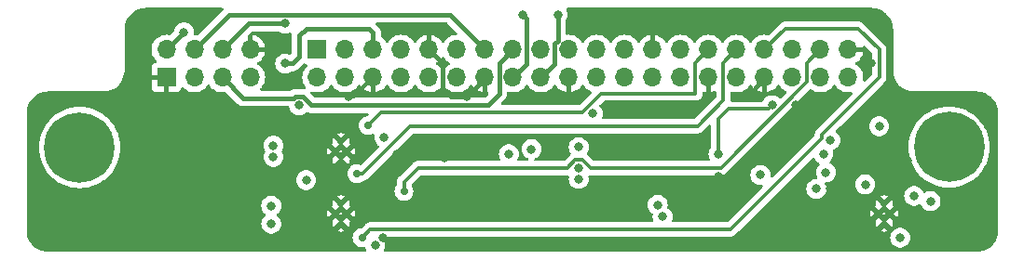
<source format=gbr>
%TF.GenerationSoftware,KiCad,Pcbnew,7.0.8*%
%TF.CreationDate,2024-02-04T14:44:40+01:00*%
%TF.ProjectId,HatV2,48617456-322e-46b6-9963-61645f706362,V2*%
%TF.SameCoordinates,PX5faea10PY6c663e8*%
%TF.FileFunction,Copper,L2,Inr*%
%TF.FilePolarity,Positive*%
%FSLAX46Y46*%
G04 Gerber Fmt 4.6, Leading zero omitted, Abs format (unit mm)*
G04 Created by KiCad (PCBNEW 7.0.8) date 2024-02-04 14:44:40*
%MOMM*%
%LPD*%
G01*
G04 APERTURE LIST*
%TA.AperFunction,ComponentPad*%
%ADD10C,0.500000*%
%TD*%
%TA.AperFunction,ComponentPad*%
%ADD11R,1.700000X1.700000*%
%TD*%
%TA.AperFunction,ComponentPad*%
%ADD12O,1.700000X1.700000*%
%TD*%
%TA.AperFunction,ComponentPad*%
%ADD13C,0.800000*%
%TD*%
%TA.AperFunction,ComponentPad*%
%ADD14C,6.400000*%
%TD*%
%TA.AperFunction,ViaPad*%
%ADD15C,0.800000*%
%TD*%
%TA.AperFunction,ViaPad*%
%ADD16C,0.700000*%
%TD*%
%TA.AperFunction,Conductor*%
%ADD17C,0.400000*%
%TD*%
%TA.AperFunction,Conductor*%
%ADD18C,0.300000*%
%TD*%
G04 APERTURE END LIST*
D10*
%TO.N,GND*%
%TO.C,U7*%
X78425000Y3470000D03*
X77925000Y2570000D03*
X77925000Y4370000D03*
X77425000Y3470000D03*
%TD*%
D11*
%TO.N,+3V3*%
%TO.C,J5*%
X26411000Y18415000D03*
D12*
%TO.N,+5V*%
X26411000Y15875000D03*
%TO.N,/I2C_GP5_DAT*%
X28951000Y18415000D03*
%TO.N,+5V*%
X28951000Y15875000D03*
%TO.N,/I2C_GP5_CLK*%
X31491000Y18415000D03*
%TO.N,GND*%
X31491000Y15875000D03*
%TO.N,/MCLK05*%
X34031000Y18415000D03*
%TO.N,/UART1_TX*%
X34031000Y15875000D03*
%TO.N,GND*%
X36571000Y18415000D03*
%TO.N,/UART1_RX*%
X36571000Y15875000D03*
%TO.N,/UART1_RTS*%
X39111000Y18415000D03*
%TO.N,/I2S2_CLK*%
X39111000Y15875000D03*
%TO.N,/PWM01*%
X41651000Y18415000D03*
%TO.N,GND*%
X41651000Y15875000D03*
%TO.N,/GPIO27_PWM2*%
X44191000Y18415000D03*
%TO.N,/GPIO8_AO_DMIC_IN_DAT*%
X44191000Y15875000D03*
%TO.N,+3V3*%
X46731000Y18415000D03*
%TO.N,/GPIO35_PWM3*%
X46731000Y15875000D03*
%TO.N,/SPI1_MOSI*%
X49271000Y18415000D03*
%TO.N,GND*%
X49271000Y15875000D03*
%TO.N,/SPI1_MISO*%
X51811000Y18415000D03*
%TO.N,/GPIO17_40HEADER*%
X51811000Y15875000D03*
%TO.N,/SPI1_SCK*%
X54351000Y18415000D03*
%TO.N,/SPI1_CS0*%
X54351000Y15875000D03*
%TO.N,GND*%
X56891000Y18415000D03*
%TO.N,/SPI1_CS1*%
X56891000Y15875000D03*
%TO.N,/I2C_GP2_DAT*%
X59431000Y18415000D03*
%TO.N,/I2C_GP2_CLK*%
X59431000Y15875000D03*
%TO.N,/CAN0_DIN*%
X61971000Y18415000D03*
%TO.N,GND*%
X61971000Y15875000D03*
%TO.N,/CAN0_DOUT*%
X64511000Y18415000D03*
%TO.N,/GPIO9_CAN1_GPIO0_DMIC_CLK*%
X64511000Y15875000D03*
%TO.N,/CAN1_DOUT*%
X67051000Y18415000D03*
%TO.N,GND*%
X67051000Y15875000D03*
%TO.N,/I2S_FS*%
X69591000Y18415000D03*
%TO.N,/UART1_CTS*%
X69591000Y15875000D03*
%TO.N,/CAN1_DIN*%
X72131000Y18415000D03*
%TO.N,/I2S_SDIN*%
X72131000Y15875000D03*
%TO.N,GND*%
X74671000Y18415000D03*
%TO.N,/I2S_SDOUT*%
X74671000Y15875000D03*
%TD*%
D10*
%TO.N,GND*%
%TO.C,U1*%
X29075000Y9155000D03*
X28575000Y8255000D03*
X28575000Y10055000D03*
X28075000Y9155000D03*
%TD*%
D13*
%TO.N,N/C*%
%TO.C,H1*%
X4821000Y11897056D03*
X6518056Y7800000D03*
X6518056Y11194112D03*
X7221000Y9497056D03*
D14*
X4821000Y9497056D03*
D13*
X4821000Y7097056D03*
X3123944Y11194112D03*
X3123944Y7800000D03*
X2421000Y9497056D03*
%TD*%
D10*
%TO.N,GND*%
%TO.C,U3*%
X29075000Y3470000D03*
X28575000Y2570000D03*
X28575000Y4370000D03*
X28075000Y3470000D03*
%TD*%
D13*
%TO.N,N/C*%
%TO.C,H2*%
X83820000Y11925000D03*
X85517056Y7827944D03*
X85517056Y11222056D03*
X86220000Y9525000D03*
D14*
X83820000Y9525000D03*
D13*
X83820000Y7125000D03*
X82122944Y11222056D03*
X82122944Y7827944D03*
X81420000Y9525000D03*
%TD*%
D11*
%TO.N,GND*%
%TO.C,J6*%
X12700000Y15875000D03*
D12*
%TO.N,/I2C_GP5_DAT*%
X12700000Y18415000D03*
%TO.N,/I2C_GP5_CLK*%
X15240000Y15875000D03*
%TO.N,/PWM01*%
X15240000Y18415000D03*
%TO.N,/GPIO27_PWM2*%
X17780000Y15875000D03*
%TO.N,/GPIO35_PWM3*%
X17780000Y18415000D03*
%TO.N,/GPIO8_AO_DMIC_IN_DAT*%
X20320000Y15875000D03*
%TO.N,GND*%
X20320000Y18415000D03*
%TD*%
D15*
%TO.N,GND*%
X7467600Y13385800D03*
X9194800Y14198600D03*
X9093200Y12166600D03*
X84632800Y4546600D03*
X84632800Y3175000D03*
X84734400Y1905000D03*
X17780000Y6985000D03*
X37934857Y8572253D03*
X37934857Y10287198D03*
X38056197Y3802825D03*
X8890000Y635000D03*
X11430000Y635000D03*
X25400000Y635000D03*
X21590000Y635000D03*
X19050000Y635000D03*
X16510000Y635000D03*
X13970000Y6985000D03*
X16510000Y6985000D03*
X11430000Y8255000D03*
X8890000Y8255000D03*
X8890000Y5715000D03*
X86360000Y3175000D03*
X85750400Y736600D03*
X86360000Y1905000D03*
X86360000Y4445000D03*
X84277200Y584200D03*
X67310000Y635000D03*
X63500000Y635000D03*
X60960000Y635000D03*
X57150000Y635000D03*
X54610000Y635000D03*
X52070000Y635000D03*
X49530000Y635000D03*
X47091600Y533400D03*
X44450000Y635000D03*
X41910000Y635000D03*
X39370000Y635000D03*
X36830000Y635000D03*
X34290000Y635000D03*
X46990000Y4445000D03*
X80010000Y12065000D03*
X80010000Y8255000D03*
X78740000Y9525000D03*
X78740000Y10795000D03*
X78740000Y12065000D03*
X78740000Y13335000D03*
X80010000Y13335000D03*
X48260000Y4445000D03*
X45720000Y4445000D03*
X12700000Y12065000D03*
X10972800Y12065000D03*
X7620000Y1905000D03*
X5080000Y1905000D03*
X2540000Y1905000D03*
X7620000Y4445000D03*
X5080000Y4445000D03*
X2540000Y4445000D03*
X79375000Y5829500D03*
X28575000Y7455500D03*
X28575000Y1270000D03*
X69850000Y13335000D03*
X49530000Y13970000D03*
X29210000Y12065000D03*
X29210000Y14134500D03*
X77470000Y8255000D03*
X40005000Y14134500D03*
X28776756Y6219500D03*
X59055000Y3810000D03*
%TO.N,/CAN BUS SPI/CHS_N*%
X57346161Y4257617D03*
%TO.N,/CAN BUS SPI/CHS_P*%
X57785000Y3175000D03*
%TO.N,GND*%
X78105000Y6985000D03*
X71120000Y3339353D03*
X62865000Y6820500D03*
D16*
%TO.N,/CAN1_DIN*%
X34290000Y5496820D03*
D15*
%TO.N,GND*%
X76720500Y17145000D03*
X65405000Y14085419D03*
%TO.N,/I2C_GP5_CLK*%
X23495000Y17145000D03*
%TO.N,GND*%
X62075232Y14240187D03*
X57150000Y20155500D03*
X22860000Y19050000D03*
%TO.N,/RS232 to UART/V+*%
X45874467Y9349649D03*
X43815000Y8890000D03*
%TO.N,GND*%
X41275000Y10160000D03*
X41275000Y3732384D03*
%TO.N,/SPI to CAN/OSC2*%
X77470000Y11430000D03*
X73025000Y10160000D03*
%TO.N,+5V*%
X25400000Y6520820D03*
X76212898Y6127056D03*
X24765000Y13335000D03*
%TO.N,GND*%
X10795000Y10160000D03*
X23495000Y6985000D03*
X33655000Y8890000D03*
X32385000Y1270000D03*
X8890000Y3175000D03*
X23211114Y5363886D03*
X19685000Y11430000D03*
X22910500Y11777144D03*
X71755000Y1270000D03*
X19050000Y3359049D03*
X83185000Y2540000D03*
X58420000Y9525000D03*
X18415000Y9094423D03*
X73025000Y5715000D03*
X22934844Y635000D03*
%TO.N,+3V3*%
X66675000Y6985000D03*
X82143669Y4602226D03*
X50165000Y9525000D03*
X32489192Y10404500D03*
X31678245Y563245D03*
%TO.N,/I2C_GP5_DAT*%
X14287500Y20002500D03*
%TO.N,/GPIO8_AO_DMIC_IN_DAT*%
X45085000Y21590000D03*
%TO.N,/GPIO35_PWM3*%
X23495000Y20790500D03*
X48260000Y21590000D03*
%TO.N,/SPI1_MISO*%
X51435000Y12585500D03*
%TO.N,/GPIO17_40HEADER*%
X72390000Y8890000D03*
%TO.N,/SPI1_CS0*%
X67730304Y13335919D03*
X62869984Y8890000D03*
D16*
%TO.N,/CAN0_DIN*%
X31043245Y11501755D03*
%TO.N,/CAN0_DOUT*%
X30016904Y7110660D03*
%TO.N,/CAN1_DOUT*%
X30480000Y1270000D03*
D15*
%TO.N,/RS232 to UART/RIN1*%
X50165000Y6620497D03*
%TO.N,/RS232 to UART/DOUT1*%
X50165000Y7620000D03*
%TO.N,/CAN BUS SPI/TDX_SPI*%
X71755000Y5715000D03*
X79375000Y1270000D03*
%TO.N,/CAN BUS SPI/RDX_SPI*%
X80645000Y5080000D03*
X72637832Y7232832D03*
%TO.N,/CAN BUS 0/CH0+*%
X22428704Y8619923D03*
%TO.N,/CAN BUS 0/CH0-*%
X22428704Y9669923D03*
%TO.N,/CAN BUS 1/CH1+*%
X22225000Y2540000D03*
%TO.N,/CAN BUS 1/CH1-*%
X22225000Y4174503D03*
%TD*%
D17*
%TO.N,GND*%
X49271000Y14229000D02*
X49530000Y13970000D01*
X49271000Y15875000D02*
X49271000Y14229000D01*
D18*
X29750500Y14134500D02*
X31491000Y15875000D01*
X29210000Y14134500D02*
X29750500Y14134500D01*
D17*
%TO.N,/I2C_GP5_DAT*%
X12700000Y18415000D02*
X14287500Y20002500D01*
%TO.N,GND*%
X22225000Y18415000D02*
X22860000Y19050000D01*
X20320000Y18415000D02*
X22225000Y18415000D01*
X37821000Y14884000D02*
X38570500Y14134500D01*
X37821000Y17165000D02*
X37821000Y14884000D01*
X36571000Y18415000D02*
X37821000Y17165000D01*
X38570500Y14134500D02*
X40005000Y14134500D01*
X41651000Y15780500D02*
X40005000Y14134500D01*
X41651000Y15875000D02*
X41651000Y15780500D01*
%TO.N,/GPIO27_PWM2*%
X42941000Y17165000D02*
X44191000Y18415000D01*
X25096371Y14135000D02*
X25896371Y13335000D01*
X25896371Y13335000D02*
X41910000Y13335000D01*
X24268629Y13970000D02*
X24433629Y14135000D01*
X24433629Y14135000D02*
X25096371Y14135000D01*
X19685000Y13970000D02*
X24268629Y13970000D01*
X41910000Y13335000D02*
X42941000Y14366000D01*
X17780000Y15875000D02*
X19685000Y13970000D01*
X42941000Y14366000D02*
X42941000Y17165000D01*
D18*
%TO.N,/CAN0_DIN*%
X60771000Y17215000D02*
X61971000Y18415000D01*
X60771000Y14416000D02*
X60771000Y17215000D01*
X52204839Y14416000D02*
X60771000Y14416000D01*
X32241490Y12700000D02*
X50488839Y12700000D01*
X31043245Y11501755D02*
X32241490Y12700000D01*
X50488839Y12700000D02*
X52204839Y14416000D01*
%TO.N,/CAN1_DOUT*%
X68956000Y20320000D02*
X67051000Y18415000D01*
X77470000Y15875000D02*
X77470000Y18415000D01*
X75565000Y20320000D02*
X68956000Y20320000D01*
X72275000Y10362500D02*
X72275000Y10680000D01*
X72275000Y10680000D02*
X77470000Y15875000D01*
X63932500Y2020000D02*
X72275000Y10362500D01*
X77470000Y18415000D02*
X75565000Y20320000D01*
X31230000Y2020000D02*
X63932500Y2020000D01*
X30480000Y1270000D02*
X31230000Y2020000D01*
%TO.N,/CAN1_DIN*%
X34290000Y6350000D02*
X34290000Y5496820D01*
X35560000Y7620000D02*
X34290000Y6350000D01*
X70931000Y17215000D02*
X72131000Y18415000D01*
X70931000Y15476661D02*
X70931000Y17215000D01*
X50475661Y8370000D02*
X51225661Y7620000D01*
X63074339Y7620000D02*
X70931000Y15476661D01*
X49854339Y8370000D02*
X50475661Y8370000D01*
X49104339Y7620000D02*
X49854339Y8370000D01*
X51225661Y7620000D02*
X63074339Y7620000D01*
X35560000Y7620000D02*
X49104339Y7620000D01*
D17*
%TO.N,GND*%
X67051000Y15731419D02*
X65405000Y14085419D01*
X67051000Y15875000D02*
X67051000Y15731419D01*
D18*
%TO.N,/SPI1_CS0*%
X67411885Y13017500D02*
X67730304Y13335919D01*
X63817500Y13017500D02*
X67411885Y13017500D01*
X62869984Y8890000D02*
X62869984Y12069984D01*
X62869984Y12069984D02*
X63817500Y13017500D01*
D17*
%TO.N,/I2C_GP5_CLK*%
X24130000Y17145000D02*
X23495000Y17145000D01*
X24765000Y17780000D02*
X24130000Y17145000D01*
X24765000Y19685000D02*
X24765000Y17780000D01*
X25400000Y20320000D02*
X24765000Y19685000D01*
X31115000Y20320000D02*
X25400000Y20320000D01*
X31491000Y18415000D02*
X31491000Y19944000D01*
X31491000Y19944000D02*
X31115000Y20320000D01*
D18*
%TO.N,/CAN0_DOUT*%
X63311000Y17215000D02*
X64511000Y18415000D01*
X63311000Y13781000D02*
X63311000Y17215000D01*
X60960000Y11430000D02*
X63311000Y13781000D01*
X30542406Y7110660D02*
X34861746Y11430000D01*
X34861746Y11430000D02*
X60960000Y11430000D01*
X30016904Y7110660D02*
X30542406Y7110660D01*
D17*
%TO.N,GND*%
X61971000Y14344419D02*
X62075232Y14240187D01*
X61971000Y15875000D02*
X61971000Y14344419D01*
X56891000Y19896500D02*
X57150000Y20155500D01*
X56891000Y18415000D02*
X56891000Y19896500D01*
%TO.N,/GPIO35_PWM3*%
X47981000Y18931120D02*
X47981000Y17125000D01*
X48260000Y21590000D02*
X48260000Y19210120D01*
X48260000Y19210120D02*
X47981000Y18931120D01*
X47981000Y17125000D02*
X46731000Y15875000D01*
%TO.N,/PWM01*%
X18415000Y21590000D02*
X38476000Y21590000D01*
X15240000Y18415000D02*
X18415000Y21590000D01*
X38476000Y21590000D02*
X41651000Y18415000D01*
%TO.N,/GPIO8_AO_DMIC_IN_DAT*%
X44191000Y15875000D02*
X45441000Y17125000D01*
X45441000Y21234000D02*
X45085000Y21590000D01*
X45441000Y17125000D02*
X45441000Y21234000D01*
%TO.N,/GPIO35_PWM3*%
X17780000Y18415000D02*
X20155500Y20790500D01*
X20155500Y20790500D02*
X23495000Y20790500D01*
%TD*%
%TA.AperFunction,Conductor*%
%TO.N,GND*%
G36*
X17826519Y22204815D02*
G01*
X17872274Y22152011D01*
X17882218Y22082853D01*
X17853193Y22019297D01*
X17847161Y22012819D01*
X15611994Y19777653D01*
X15550671Y19744168D01*
X15492225Y19745558D01*
X15475410Y19750063D01*
X15294945Y19765852D01*
X15229877Y19791305D01*
X15188898Y19847896D01*
X15182432Y19902337D01*
X15192960Y20002500D01*
X15173174Y20190756D01*
X15114679Y20370784D01*
X15020033Y20534716D01*
X14893371Y20675388D01*
X14881109Y20684297D01*
X14740234Y20786649D01*
X14740229Y20786652D01*
X14567307Y20863643D01*
X14567302Y20863645D01*
X14421501Y20894635D01*
X14382146Y20903000D01*
X14192854Y20903000D01*
X14160397Y20896102D01*
X14007697Y20863645D01*
X14007692Y20863643D01*
X13834770Y20786652D01*
X13834765Y20786649D01*
X13681629Y20675389D01*
X13554966Y20534715D01*
X13460321Y20370785D01*
X13460318Y20370778D01*
X13401827Y20190761D01*
X13401825Y20190750D01*
X13396634Y20141371D01*
X13370049Y20076757D01*
X13360995Y20066654D01*
X13071994Y19777653D01*
X13010671Y19744168D01*
X12952225Y19745558D01*
X12935410Y19750063D01*
X12700001Y19770659D01*
X12699999Y19770659D01*
X12464596Y19750064D01*
X12464586Y19750062D01*
X12236344Y19688906D01*
X12236335Y19688902D01*
X12022171Y19589036D01*
X12022169Y19589035D01*
X11828597Y19453495D01*
X11661505Y19286403D01*
X11525965Y19092831D01*
X11525964Y19092829D01*
X11426098Y18878665D01*
X11426094Y18878656D01*
X11364938Y18650414D01*
X11364936Y18650404D01*
X11344341Y18415001D01*
X11344341Y18415000D01*
X11364936Y18179597D01*
X11364938Y18179587D01*
X11426094Y17951345D01*
X11426096Y17951341D01*
X11426097Y17951337D01*
X11505801Y17780412D01*
X11525965Y17737170D01*
X11525967Y17737166D01*
X11634281Y17582479D01*
X11661504Y17543600D01*
X11661506Y17543598D01*
X11783818Y17421286D01*
X11817303Y17359963D01*
X11812319Y17290271D01*
X11770447Y17234338D01*
X11739471Y17217423D01*
X11607912Y17168354D01*
X11607906Y17168351D01*
X11492812Y17082191D01*
X11492809Y17082188D01*
X11406649Y16967094D01*
X11406645Y16967087D01*
X11356403Y16832380D01*
X11356401Y16832373D01*
X11350000Y16772845D01*
X11350000Y16125000D01*
X12266314Y16125000D01*
X12240507Y16084844D01*
X12200000Y15946889D01*
X12200000Y15803111D01*
X12240507Y15665156D01*
X12266314Y15625000D01*
X11350000Y15625000D01*
X11350000Y14977156D01*
X11356401Y14917628D01*
X11356403Y14917621D01*
X11406645Y14782914D01*
X11406649Y14782907D01*
X11492809Y14667813D01*
X11492812Y14667810D01*
X11607906Y14581650D01*
X11607913Y14581646D01*
X11742620Y14531404D01*
X11742627Y14531402D01*
X11802155Y14525001D01*
X11802172Y14525000D01*
X12450000Y14525000D01*
X12450000Y15439499D01*
X12557685Y15390320D01*
X12664237Y15375000D01*
X12735763Y15375000D01*
X12842315Y15390320D01*
X12950000Y15439499D01*
X12950000Y14525000D01*
X13597828Y14525000D01*
X13597844Y14525001D01*
X13657372Y14531402D01*
X13657379Y14531404D01*
X13792086Y14581646D01*
X13792093Y14581650D01*
X13907187Y14667810D01*
X13907190Y14667813D01*
X13993350Y14782907D01*
X13993354Y14782914D01*
X14042422Y14914471D01*
X14084293Y14970405D01*
X14149757Y14994822D01*
X14218030Y14979970D01*
X14246285Y14958819D01*
X14368599Y14836505D01*
X14446707Y14781813D01*
X14562165Y14700968D01*
X14562167Y14700967D01*
X14562170Y14700965D01*
X14776337Y14601097D01*
X14776343Y14601096D01*
X14776344Y14601095D01*
X14784062Y14599027D01*
X15004592Y14539937D01*
X15191686Y14523568D01*
X15239999Y14519341D01*
X15240000Y14519341D01*
X15240001Y14519341D01*
X15288314Y14523568D01*
X15475408Y14539937D01*
X15703663Y14601097D01*
X15917830Y14700965D01*
X16111401Y14836505D01*
X16278495Y15003599D01*
X16408425Y15189158D01*
X16463002Y15232783D01*
X16532500Y15239977D01*
X16594855Y15208454D01*
X16611575Y15189158D01*
X16741500Y15003605D01*
X16741505Y15003599D01*
X16908599Y14836505D01*
X16986707Y14781813D01*
X17102165Y14700968D01*
X17102167Y14700967D01*
X17102170Y14700965D01*
X17316337Y14601097D01*
X17316343Y14601096D01*
X17316344Y14601095D01*
X17324062Y14599027D01*
X17544592Y14539937D01*
X17731686Y14523568D01*
X17779999Y14519341D01*
X17780000Y14519341D01*
X17780001Y14519341D01*
X17828314Y14523568D01*
X18015408Y14539937D01*
X18032216Y14544441D01*
X18102064Y14542782D01*
X18151994Y14512349D01*
X19173399Y13490944D01*
X19175935Y13488250D01*
X19217071Y13441817D01*
X19268130Y13406573D01*
X19271112Y13404379D01*
X19314758Y13370185D01*
X19319947Y13366120D01*
X19319946Y13366120D01*
X19329177Y13361966D01*
X19348731Y13350938D01*
X19357066Y13345184D01*
X19357068Y13345184D01*
X19357070Y13345182D01*
X19415079Y13323183D01*
X19418476Y13321776D01*
X19465770Y13300491D01*
X19475064Y13296307D01*
X19475065Y13296307D01*
X19475069Y13296305D01*
X19485034Y13294479D01*
X19506656Y13288452D01*
X19509777Y13287269D01*
X19516128Y13284860D01*
X19561251Y13279382D01*
X19577674Y13277387D01*
X19581371Y13276825D01*
X19642394Y13265642D01*
X19697752Y13268991D01*
X19704303Y13269387D01*
X19708048Y13269500D01*
X23754774Y13269500D01*
X23821813Y13249815D01*
X23867568Y13197011D01*
X23878093Y13158468D01*
X23879326Y13146744D01*
X23879327Y13146741D01*
X23937818Y12966723D01*
X23937821Y12966716D01*
X24032467Y12802784D01*
X24125465Y12699500D01*
X24159129Y12662112D01*
X24312265Y12550852D01*
X24312270Y12550849D01*
X24485192Y12473858D01*
X24485197Y12473856D01*
X24670354Y12434500D01*
X24670355Y12434500D01*
X24859644Y12434500D01*
X24859646Y12434500D01*
X25044803Y12473856D01*
X25217730Y12550849D01*
X25370871Y12662112D01*
X25400378Y12694884D01*
X25459862Y12731531D01*
X25529719Y12730202D01*
X25562974Y12713956D01*
X25568441Y12710182D01*
X25626450Y12688183D01*
X25629847Y12686776D01*
X25677141Y12665491D01*
X25686435Y12661307D01*
X25686436Y12661307D01*
X25686440Y12661305D01*
X25696405Y12659479D01*
X25718027Y12653452D01*
X25721148Y12652269D01*
X25727499Y12649860D01*
X25772622Y12644382D01*
X25789045Y12642387D01*
X25792742Y12641825D01*
X25853765Y12630642D01*
X25909123Y12633991D01*
X25915674Y12634387D01*
X25919419Y12634500D01*
X30956682Y12634500D01*
X31023721Y12614815D01*
X31069476Y12562011D01*
X31079420Y12492853D01*
X31050395Y12429297D01*
X31044362Y12422818D01*
X31005153Y12383610D01*
X30943830Y12350125D01*
X30943254Y12350002D01*
X30778978Y12315085D01*
X30778973Y12315083D01*
X30615653Y12242368D01*
X30471013Y12137280D01*
X30351385Y12004419D01*
X30261995Y11849591D01*
X30261992Y11849585D01*
X30206749Y11679563D01*
X30206748Y11679561D01*
X30188060Y11501755D01*
X30206748Y11323950D01*
X30206749Y11323948D01*
X30261992Y11153926D01*
X30261995Y11153920D01*
X30351386Y10999090D01*
X30358024Y10991718D01*
X30471009Y10866234D01*
X30471012Y10866232D01*
X30471015Y10866229D01*
X30615652Y10761143D01*
X30778978Y10688426D01*
X30953854Y10651255D01*
X30953855Y10651255D01*
X31132634Y10651255D01*
X31132636Y10651255D01*
X31307512Y10688426D01*
X31435497Y10745409D01*
X31504743Y10754692D01*
X31568020Y10725064D01*
X31605233Y10665929D01*
X31604597Y10599175D01*
X31604870Y10599117D01*
X31604584Y10597773D01*
X31604568Y10596062D01*
X31603862Y10593817D01*
X31603519Y10592764D01*
X31603519Y10592762D01*
X31603518Y10592758D01*
X31603518Y10592756D01*
X31583732Y10404500D01*
X31603518Y10216244D01*
X31603519Y10216241D01*
X31662010Y10036223D01*
X31662013Y10036216D01*
X31756659Y9872284D01*
X31883321Y9731612D01*
X31908586Y9713256D01*
X31974425Y9665421D01*
X32017090Y9610091D01*
X32023069Y9540477D01*
X31990463Y9478682D01*
X31989220Y9477422D01*
X30448417Y7936619D01*
X30387094Y7903134D01*
X30317402Y7908118D01*
X30310303Y7911019D01*
X30281169Y7923990D01*
X30153498Y7951127D01*
X30106295Y7961160D01*
X29927513Y7961160D01*
X29896858Y7954645D01*
X29752637Y7923990D01*
X29752632Y7923988D01*
X29589312Y7851273D01*
X29444672Y7746185D01*
X29443734Y7745142D01*
X29443039Y7744714D01*
X29440681Y7742592D01*
X29438030Y7738808D01*
X29325044Y7613324D01*
X29235654Y7458496D01*
X29235651Y7458490D01*
X29180408Y7288468D01*
X29180407Y7288466D01*
X29161719Y7110660D01*
X29180407Y6932855D01*
X29180408Y6932853D01*
X29235651Y6762831D01*
X29235654Y6762825D01*
X29325045Y6607995D01*
X29353723Y6576145D01*
X29444668Y6475139D01*
X29444671Y6475137D01*
X29444674Y6475134D01*
X29589311Y6370048D01*
X29752637Y6297331D01*
X29927513Y6260160D01*
X29927514Y6260160D01*
X30106293Y6260160D01*
X30106295Y6260160D01*
X30281171Y6297331D01*
X30444497Y6370048D01*
X30530093Y6432238D01*
X30538382Y6438260D01*
X30604188Y6461741D01*
X30607355Y6461882D01*
X30644975Y6463063D01*
X30665362Y6468987D01*
X30684402Y6472929D01*
X30705464Y6475589D01*
X30750641Y6493477D01*
X30756141Y6495360D01*
X30802804Y6508916D01*
X30821071Y6519721D01*
X30838542Y6528280D01*
X30858277Y6536092D01*
X30897583Y6564650D01*
X30902449Y6567847D01*
X30944271Y6592579D01*
X30959276Y6607585D01*
X30974074Y6620224D01*
X30974450Y6620497D01*
X30991243Y6632697D01*
X31022215Y6670138D01*
X31026119Y6674429D01*
X35094873Y10743181D01*
X35156196Y10776666D01*
X35182554Y10779500D01*
X60874495Y10779500D01*
X60890505Y10777733D01*
X60890528Y10777974D01*
X60898289Y10777242D01*
X60898296Y10777240D01*
X60970203Y10779500D01*
X61000925Y10779500D01*
X61008190Y10780419D01*
X61014016Y10780878D01*
X61062569Y10782403D01*
X61082956Y10788327D01*
X61101996Y10792269D01*
X61123058Y10794929D01*
X61168235Y10812817D01*
X61173735Y10814700D01*
X61220398Y10828256D01*
X61238665Y10839061D01*
X61256136Y10847620D01*
X61275871Y10855432D01*
X61315177Y10883990D01*
X61320043Y10887187D01*
X61361865Y10911919D01*
X61376870Y10926925D01*
X61391668Y10939564D01*
X61405884Y10949892D01*
X61408837Y10952037D01*
X61439809Y10989478D01*
X61443713Y10993769D01*
X62007804Y11557859D01*
X62069126Y11591343D01*
X62138818Y11586359D01*
X62194751Y11544487D01*
X62219168Y11479023D01*
X62219484Y11470177D01*
X62219484Y9560922D01*
X62199799Y9493883D01*
X62187634Y9477950D01*
X62137450Y9422215D01*
X62042805Y9258285D01*
X62042802Y9258278D01*
X61985826Y9082923D01*
X61984310Y9078256D01*
X61964524Y8890000D01*
X61984310Y8701744D01*
X61984311Y8701741D01*
X62042802Y8521723D01*
X62042804Y8521719D01*
X62042805Y8521716D01*
X62070002Y8474610D01*
X62080458Y8456499D01*
X62096929Y8388599D01*
X62074077Y8322572D01*
X62019155Y8279382D01*
X61973070Y8270500D01*
X51546469Y8270500D01*
X51479430Y8290185D01*
X51458788Y8306819D01*
X50996095Y8769512D01*
X50986022Y8782086D01*
X50985835Y8781930D01*
X50980862Y8787941D01*
X50928416Y8837191D01*
X50919166Y8846442D01*
X50885681Y8907765D01*
X50890665Y8977457D01*
X50899456Y8996116D01*
X50992179Y9156716D01*
X51050674Y9336744D01*
X51070460Y9525000D01*
X51050674Y9713256D01*
X50992179Y9893284D01*
X50897533Y10057216D01*
X50770871Y10197888D01*
X50770870Y10197889D01*
X50617734Y10309149D01*
X50617729Y10309152D01*
X50444807Y10386143D01*
X50444802Y10386145D01*
X50299001Y10417135D01*
X50259646Y10425500D01*
X50070354Y10425500D01*
X50037897Y10418602D01*
X49885197Y10386145D01*
X49885192Y10386143D01*
X49712270Y10309152D01*
X49712265Y10309149D01*
X49559129Y10197889D01*
X49432466Y10057215D01*
X49337821Y9893285D01*
X49337818Y9893278D01*
X49279327Y9713260D01*
X49279326Y9713256D01*
X49259540Y9525000D01*
X49279326Y9336744D01*
X49279327Y9336741D01*
X49337818Y9156723D01*
X49337823Y9156711D01*
X49428063Y9000410D01*
X49444536Y8932510D01*
X49421683Y8866483D01*
X49405577Y8848035D01*
X49405509Y8847972D01*
X49374533Y8810530D01*
X49370600Y8806209D01*
X49104127Y8539734D01*
X48871212Y8306819D01*
X48809889Y8273334D01*
X48783531Y8270500D01*
X46247997Y8270500D01*
X46180958Y8290185D01*
X46135203Y8342989D01*
X46125259Y8412147D01*
X46154284Y8475703D01*
X46197561Y8507779D01*
X46273522Y8541601D01*
X46327197Y8565498D01*
X46480338Y8676761D01*
X46607000Y8817433D01*
X46701646Y8981365D01*
X46760141Y9161393D01*
X46779927Y9349649D01*
X46760141Y9537905D01*
X46701646Y9717933D01*
X46607000Y9881865D01*
X46480338Y10022537D01*
X46480337Y10022538D01*
X46327201Y10133798D01*
X46327196Y10133801D01*
X46154274Y10210792D01*
X46154269Y10210794D01*
X46008468Y10241784D01*
X45969113Y10250149D01*
X45779821Y10250149D01*
X45747364Y10243251D01*
X45594664Y10210794D01*
X45594659Y10210792D01*
X45421737Y10133801D01*
X45421732Y10133798D01*
X45268596Y10022538D01*
X45141933Y9881864D01*
X45047288Y9717934D01*
X45047285Y9717927D01*
X44988794Y9537909D01*
X44988793Y9537905D01*
X44969007Y9349649D01*
X44988793Y9161393D01*
X44988794Y9161390D01*
X45047285Y8981372D01*
X45047288Y8981365D01*
X45141934Y8817433D01*
X45223700Y8726623D01*
X45268596Y8676761D01*
X45421732Y8565501D01*
X45421737Y8565498D01*
X45551373Y8507779D01*
X45604610Y8462529D01*
X45624931Y8395679D01*
X45605885Y8328456D01*
X45553519Y8282201D01*
X45500937Y8270500D01*
X44711914Y8270500D01*
X44644875Y8290185D01*
X44599120Y8342989D01*
X44589176Y8412147D01*
X44604526Y8456499D01*
X44614982Y8474610D01*
X44642179Y8521716D01*
X44700674Y8701744D01*
X44720460Y8890000D01*
X44700674Y9078256D01*
X44642179Y9258284D01*
X44547533Y9422216D01*
X44420871Y9562888D01*
X44382356Y9590871D01*
X44267734Y9674149D01*
X44267729Y9674152D01*
X44094807Y9751143D01*
X44094802Y9751145D01*
X43949001Y9782135D01*
X43909646Y9790500D01*
X43720354Y9790500D01*
X43687897Y9783602D01*
X43535197Y9751145D01*
X43535192Y9751143D01*
X43362270Y9674152D01*
X43362265Y9674149D01*
X43209129Y9562889D01*
X43082466Y9422215D01*
X42987821Y9258285D01*
X42987818Y9258278D01*
X42930842Y9082923D01*
X42929326Y9078256D01*
X42909540Y8890000D01*
X42929326Y8701744D01*
X42929327Y8701741D01*
X42987818Y8521723D01*
X42987820Y8521719D01*
X42987821Y8521716D01*
X43015018Y8474610D01*
X43025474Y8456499D01*
X43041945Y8388599D01*
X43019093Y8322572D01*
X42964171Y8279382D01*
X42918086Y8270500D01*
X35645504Y8270500D01*
X35629493Y8272268D01*
X35629471Y8272026D01*
X35621704Y8272760D01*
X35621703Y8272760D01*
X35549796Y8270500D01*
X35519075Y8270500D01*
X35519071Y8270500D01*
X35519061Y8270499D01*
X35511793Y8269581D01*
X35505976Y8269124D01*
X35457435Y8267598D01*
X35457424Y8267596D01*
X35437048Y8261677D01*
X35418008Y8257734D01*
X35396947Y8255073D01*
X35396939Y8255071D01*
X35351775Y8237189D01*
X35346247Y8235297D01*
X35299602Y8221745D01*
X35281332Y8210940D01*
X35263863Y8202382D01*
X35244128Y8194568D01*
X35244126Y8194567D01*
X35204839Y8166023D01*
X35199956Y8162816D01*
X35158132Y8138081D01*
X35143126Y8123074D01*
X35128336Y8110442D01*
X35111167Y8097968D01*
X35111165Y8097966D01*
X35080194Y8060530D01*
X35076262Y8056209D01*
X33890483Y6870431D01*
X33877910Y6860357D01*
X33878065Y6860170D01*
X33872059Y6855202D01*
X33847434Y6828979D01*
X33822809Y6802756D01*
X33811949Y6791896D01*
X33801088Y6781035D01*
X33801078Y6781023D01*
X33796587Y6775235D01*
X33792801Y6770803D01*
X33759552Y6735394D01*
X33749322Y6716787D01*
X33738646Y6700536D01*
X33725640Y6683768D01*
X33725636Y6683762D01*
X33706348Y6639189D01*
X33703777Y6633942D01*
X33680372Y6591370D01*
X33680372Y6591369D01*
X33675091Y6570801D01*
X33668791Y6552399D01*
X33660364Y6532927D01*
X33652766Y6484953D01*
X33651581Y6479233D01*
X33650530Y6475137D01*
X33639500Y6432182D01*
X33639500Y6410956D01*
X33637973Y6391557D01*
X33634653Y6370595D01*
X33634705Y6370050D01*
X33639225Y6322233D01*
X33639500Y6316394D01*
X33639500Y6093018D01*
X33619815Y6025979D01*
X33607651Y6010047D01*
X33598140Y5999484D01*
X33508750Y5844656D01*
X33508747Y5844650D01*
X33453504Y5674628D01*
X33453503Y5674626D01*
X33434815Y5496820D01*
X33453503Y5319015D01*
X33453504Y5319013D01*
X33508747Y5148991D01*
X33508750Y5148985D01*
X33598141Y4994155D01*
X33630108Y4958652D01*
X33717764Y4861299D01*
X33717767Y4861297D01*
X33717770Y4861294D01*
X33862407Y4756208D01*
X34025733Y4683491D01*
X34200609Y4646320D01*
X34200610Y4646320D01*
X34379389Y4646320D01*
X34379391Y4646320D01*
X34554267Y4683491D01*
X34717593Y4756208D01*
X34862230Y4861294D01*
X34981859Y4994155D01*
X35071250Y5148985D01*
X35126497Y5319017D01*
X35145185Y5496820D01*
X35126497Y5674623D01*
X35088528Y5791478D01*
X35071252Y5844650D01*
X35071249Y5844656D01*
X35037416Y5903256D01*
X34984620Y5994702D01*
X34968148Y6062601D01*
X34991001Y6128628D01*
X35004321Y6144376D01*
X35793127Y6933181D01*
X35854450Y6966666D01*
X35880808Y6969500D01*
X49018834Y6969500D01*
X49034844Y6967733D01*
X49034867Y6967974D01*
X49042628Y6967242D01*
X49042635Y6967240D01*
X49114542Y6969500D01*
X49145264Y6969500D01*
X49145647Y6969549D01*
X49145755Y6969531D01*
X49149155Y6969745D01*
X49149203Y6968976D01*
X49214625Y6958441D01*
X49266650Y6911802D01*
X49285201Y6844440D01*
X49280316Y6815191D01*
X49280678Y6815114D01*
X49279327Y6808759D01*
X49279326Y6808755D01*
X49279326Y6808753D01*
X49259540Y6620497D01*
X49279326Y6432241D01*
X49279327Y6432238D01*
X49337818Y6252220D01*
X49337821Y6252213D01*
X49432467Y6088281D01*
X49559129Y5947609D01*
X49712265Y5836349D01*
X49712270Y5836346D01*
X49885192Y5759355D01*
X49885197Y5759353D01*
X50070354Y5719997D01*
X50070355Y5719997D01*
X50259644Y5719997D01*
X50259646Y5719997D01*
X50444803Y5759353D01*
X50617730Y5836346D01*
X50770871Y5947609D01*
X50897533Y6088281D01*
X50992179Y6252213D01*
X51050674Y6432241D01*
X51070460Y6620497D01*
X51050674Y6808753D01*
X51050671Y6808760D01*
X51049322Y6815114D01*
X51051165Y6815506D01*
X51049426Y6876281D01*
X51085503Y6936116D01*
X51148202Y6966948D01*
X51188751Y6967238D01*
X51205066Y6964654D01*
X51253422Y6969225D01*
X51259260Y6969500D01*
X62988834Y6969500D01*
X63004844Y6967733D01*
X63004867Y6967974D01*
X63012628Y6967242D01*
X63012635Y6967240D01*
X63084542Y6969500D01*
X63115264Y6969500D01*
X63122529Y6970419D01*
X63128355Y6970878D01*
X63176908Y6972403D01*
X63197295Y6978327D01*
X63216335Y6982269D01*
X63237397Y6984929D01*
X63282574Y7002817D01*
X63288074Y7004700D01*
X63334737Y7018256D01*
X63353004Y7029061D01*
X63370475Y7037620D01*
X63390210Y7045432D01*
X63429516Y7073990D01*
X63434382Y7077187D01*
X63476204Y7101919D01*
X63491209Y7116925D01*
X63506007Y7129564D01*
X63523176Y7142037D01*
X63554148Y7179478D01*
X63558062Y7183779D01*
X71157319Y14783036D01*
X71218640Y14816519D01*
X71288332Y14811535D01*
X71316117Y14796931D01*
X71453170Y14700965D01*
X71667337Y14601097D01*
X71667343Y14601096D01*
X71667344Y14601095D01*
X71675062Y14599027D01*
X71895592Y14539937D01*
X72082686Y14523568D01*
X72130999Y14519341D01*
X72131000Y14519341D01*
X72131001Y14519341D01*
X72179314Y14523568D01*
X72366408Y14539937D01*
X72594663Y14601097D01*
X72808830Y14700965D01*
X73002401Y14836505D01*
X73169495Y15003599D01*
X73299425Y15189158D01*
X73354002Y15232783D01*
X73423500Y15239977D01*
X73485855Y15208454D01*
X73502575Y15189158D01*
X73632500Y15003605D01*
X73632505Y15003599D01*
X73799599Y14836505D01*
X73877707Y14781813D01*
X73993165Y14700968D01*
X73993167Y14700967D01*
X73993170Y14700965D01*
X74207337Y14601097D01*
X74207343Y14601096D01*
X74207344Y14601095D01*
X74215062Y14599027D01*
X74435592Y14539937D01*
X74622686Y14523568D01*
X74670999Y14519341D01*
X74671000Y14519341D01*
X74671001Y14519341D01*
X74689823Y14520988D01*
X74905188Y14539831D01*
X74973685Y14526065D01*
X75023868Y14477450D01*
X75039802Y14409421D01*
X75016427Y14343578D01*
X75003674Y14328622D01*
X71875483Y11200431D01*
X71862910Y11190357D01*
X71863065Y11190170D01*
X71857059Y11185202D01*
X71832434Y11158979D01*
X71807809Y11132756D01*
X71796949Y11121896D01*
X71786088Y11111035D01*
X71786078Y11111023D01*
X71781587Y11105235D01*
X71777801Y11100803D01*
X71744552Y11065394D01*
X71734322Y11046787D01*
X71723646Y11030536D01*
X71710640Y11013768D01*
X71710636Y11013762D01*
X71691348Y10969189D01*
X71688777Y10963942D01*
X71665372Y10921370D01*
X71665372Y10921369D01*
X71660091Y10900801D01*
X71653791Y10882399D01*
X71645364Y10862927D01*
X71637766Y10814953D01*
X71636581Y10809230D01*
X71624500Y10762182D01*
X71624500Y10740956D01*
X71622973Y10721556D01*
X71619653Y10700597D01*
X71619652Y10700594D01*
X71620509Y10691535D01*
X71607219Y10622941D01*
X71584740Y10592187D01*
X67781425Y6788872D01*
X67720102Y6755387D01*
X67650410Y6760371D01*
X67594477Y6802243D01*
X67570060Y6867707D01*
X67570422Y6889500D01*
X67580460Y6985000D01*
X67560674Y7173256D01*
X67502179Y7353284D01*
X67407533Y7517216D01*
X67280871Y7657888D01*
X67261157Y7672211D01*
X67127734Y7769149D01*
X67127729Y7769152D01*
X66954807Y7846143D01*
X66954802Y7846145D01*
X66809001Y7877135D01*
X66769646Y7885500D01*
X66580354Y7885500D01*
X66547897Y7878602D01*
X66395197Y7846145D01*
X66395192Y7846143D01*
X66222270Y7769152D01*
X66222265Y7769149D01*
X66069129Y7657889D01*
X65942466Y7517215D01*
X65847821Y7353285D01*
X65847818Y7353278D01*
X65792075Y7181718D01*
X65789326Y7173256D01*
X65769540Y6985000D01*
X65789326Y6796744D01*
X65789327Y6796741D01*
X65847818Y6616723D01*
X65847821Y6616716D01*
X65942467Y6452784D01*
X66016963Y6370048D01*
X66069129Y6312112D01*
X66222265Y6200852D01*
X66222270Y6200849D01*
X66395192Y6123858D01*
X66395197Y6123856D01*
X66580354Y6084500D01*
X66580355Y6084500D01*
X66776145Y6084500D01*
X66776145Y6081944D01*
X66833617Y6071446D01*
X66884651Y6023725D01*
X66901784Y5955988D01*
X66879576Y5889742D01*
X66865554Y5873001D01*
X63699373Y2706819D01*
X63638050Y2673334D01*
X63611692Y2670500D01*
X58738591Y2670500D01*
X58671552Y2690185D01*
X58625797Y2742989D01*
X58615853Y2812147D01*
X58620660Y2832818D01*
X58670674Y2986744D01*
X58690460Y3175000D01*
X58670674Y3363256D01*
X58612179Y3543284D01*
X58517533Y3707216D01*
X58390871Y3847888D01*
X58333817Y3889340D01*
X58276875Y3930711D01*
X58234210Y3986041D01*
X58228231Y4055655D01*
X58231827Y4069339D01*
X58231835Y4069361D01*
X58251621Y4257617D01*
X58231835Y4445873D01*
X58173340Y4625901D01*
X58078694Y4789833D01*
X57952032Y4930505D01*
X57951559Y4930849D01*
X57798895Y5041766D01*
X57798890Y5041769D01*
X57625968Y5118760D01*
X57625963Y5118762D01*
X57480162Y5149752D01*
X57440807Y5158117D01*
X57251515Y5158117D01*
X57219058Y5151219D01*
X57066358Y5118762D01*
X57066353Y5118760D01*
X56893431Y5041769D01*
X56893426Y5041766D01*
X56740290Y4930506D01*
X56613627Y4789832D01*
X56518982Y4625902D01*
X56518979Y4625895D01*
X56460488Y4445877D01*
X56460487Y4445873D01*
X56440701Y4257617D01*
X56460487Y4069361D01*
X56460488Y4069358D01*
X56518979Y3889340D01*
X56518982Y3889333D01*
X56613628Y3725401D01*
X56692372Y3637947D01*
X56740290Y3584729D01*
X56854285Y3501907D01*
X56896951Y3446577D01*
X56902930Y3376964D01*
X56899332Y3363274D01*
X56899325Y3363256D01*
X56899325Y3363253D01*
X56889612Y3270832D01*
X56879540Y3175000D01*
X56899326Y2986744D01*
X56899327Y2986741D01*
X56949340Y2832818D01*
X56951335Y2762977D01*
X56915255Y2703144D01*
X56852554Y2672316D01*
X56831409Y2670500D01*
X31315504Y2670500D01*
X31299493Y2672268D01*
X31299471Y2672026D01*
X31291704Y2672760D01*
X31291703Y2672760D01*
X31219796Y2670500D01*
X31189075Y2670500D01*
X31189071Y2670500D01*
X31189061Y2670499D01*
X31181793Y2669581D01*
X31175976Y2669124D01*
X31127436Y2667598D01*
X31127425Y2667596D01*
X31107049Y2661677D01*
X31088008Y2657734D01*
X31066953Y2655074D01*
X31066937Y2655070D01*
X31021776Y2637190D01*
X31016250Y2635298D01*
X30969602Y2621745D01*
X30951332Y2610940D01*
X30933863Y2602382D01*
X30914128Y2594568D01*
X30914126Y2594567D01*
X30874839Y2566023D01*
X30869956Y2562816D01*
X30828132Y2538081D01*
X30813126Y2523074D01*
X30798336Y2510442D01*
X30781167Y2497968D01*
X30781165Y2497966D01*
X30750194Y2460530D01*
X30746262Y2456209D01*
X30441909Y2151856D01*
X30380586Y2118371D01*
X30380009Y2118247D01*
X30215733Y2083330D01*
X30215728Y2083328D01*
X30052408Y2010613D01*
X29907768Y1905525D01*
X29788140Y1772664D01*
X29698750Y1617836D01*
X29698747Y1617830D01*
X29643504Y1447808D01*
X29643503Y1447806D01*
X29624815Y1270000D01*
X29643503Y1092195D01*
X29643504Y1092193D01*
X29698747Y922171D01*
X29698750Y922165D01*
X29788141Y767335D01*
X29807699Y745614D01*
X29907764Y634479D01*
X29907767Y634477D01*
X29907770Y634474D01*
X30052407Y529388D01*
X30215733Y456671D01*
X30390609Y419500D01*
X30390610Y419500D01*
X30569389Y419500D01*
X30569391Y419500D01*
X30655414Y437785D01*
X30725081Y432469D01*
X30780815Y390332D01*
X30799126Y354813D01*
X30851063Y194968D01*
X30851067Y194959D01*
X30855952Y186498D01*
X30872423Y118598D01*
X30849570Y52571D01*
X30794648Y9382D01*
X30748564Y500D01*
X1907023Y500D01*
X1902975Y633D01*
X1853980Y3844D01*
X1821364Y5982D01*
X1707105Y14154D01*
X1652537Y18057D01*
X1644860Y19091D01*
X1625811Y22880D01*
X1584844Y31029D01*
X1532791Y41383D01*
X1507281Y46933D01*
X1397069Y70908D01*
X1390314Y72783D01*
X1276156Y111534D01*
X1194078Y142147D01*
X1151219Y158133D01*
X1145466Y160617D01*
X1034907Y215140D01*
X919606Y278099D01*
X914872Y280965D01*
X852784Y322450D01*
X812510Y349361D01*
X809812Y351270D01*
X706478Y428625D01*
X702777Y431626D01*
X609878Y513095D01*
X606935Y515852D01*
X515849Y606938D01*
X513090Y609884D01*
X511365Y611851D01*
X431620Y702783D01*
X428629Y706473D01*
X351255Y809833D01*
X349369Y812496D01*
X280963Y914874D01*
X278097Y919608D01*
X276866Y921862D01*
X215139Y1034908D01*
X192043Y1081741D01*
X160607Y1145487D01*
X158136Y1151208D01*
X111531Y1276162D01*
X72778Y1390325D01*
X70910Y1397055D01*
X41386Y1532773D01*
X19085Y1644888D01*
X18058Y1652511D01*
X5992Y1821200D01*
X1501Y1889734D01*
X633Y1902982D01*
X500Y1907036D01*
X500Y2540000D01*
X21319540Y2540000D01*
X21339326Y2351744D01*
X21339327Y2351741D01*
X21397818Y2171723D01*
X21397821Y2171716D01*
X21492467Y2007784D01*
X21587872Y1901826D01*
X21619129Y1867112D01*
X21772265Y1755852D01*
X21772270Y1755849D01*
X21945192Y1678858D01*
X21945197Y1678856D01*
X22130354Y1639500D01*
X22130355Y1639500D01*
X22319644Y1639500D01*
X22319646Y1639500D01*
X22504803Y1678856D01*
X22677730Y1755849D01*
X22830871Y1867112D01*
X22851240Y1889734D01*
X28248285Y1889734D01*
X28407056Y1834176D01*
X28574996Y1815254D01*
X28575004Y1815254D01*
X28742943Y1834176D01*
X28901713Y1889733D01*
X28901714Y1889734D01*
X28575001Y2216447D01*
X28575000Y2216447D01*
X28248285Y1889734D01*
X22851240Y1889734D01*
X22957533Y2007784D01*
X23052179Y2171716D01*
X23110674Y2351744D01*
X23130460Y2540000D01*
X23110674Y2728256D01*
X23090698Y2789734D01*
X27748285Y2789734D01*
X27748313Y2789610D01*
X27804781Y2749109D01*
X27830528Y2684157D01*
X27830270Y2658908D01*
X27820254Y2570006D01*
X27820254Y2569997D01*
X27839175Y2402062D01*
X27839176Y2402057D01*
X27894732Y2243287D01*
X28188954Y2537508D01*
X28475000Y2537508D01*
X28513197Y2484935D01*
X28559162Y2470000D01*
X28590838Y2470000D01*
X28636803Y2484935D01*
X28675000Y2537508D01*
X28675000Y2602492D01*
X28636803Y2655065D01*
X28590838Y2670000D01*
X28559162Y2670000D01*
X28513197Y2655065D01*
X28475000Y2602492D01*
X28475000Y2537508D01*
X28188954Y2537508D01*
X28421447Y2770000D01*
X28728553Y2770000D01*
X29255266Y2243287D01*
X29255267Y2243287D01*
X29310824Y2402057D01*
X29329746Y2569997D01*
X29329746Y2570003D01*
X29319729Y2658906D01*
X29331783Y2727728D01*
X29379132Y2779108D01*
X29401705Y2789697D01*
X29401714Y2789734D01*
X29075000Y3116447D01*
X28728553Y2770000D01*
X28421447Y2770000D01*
X28421447Y2770001D01*
X28075001Y3116447D01*
X28075000Y3116447D01*
X27748285Y2789734D01*
X23090698Y2789734D01*
X23052179Y2908284D01*
X22957533Y3072216D01*
X22830871Y3212888D01*
X22770247Y3256934D01*
X22727581Y3312264D01*
X22721602Y3381877D01*
X22754208Y3443672D01*
X22770240Y3457565D01*
X22787352Y3469997D01*
X27320254Y3469997D01*
X27339175Y3302062D01*
X27339176Y3302057D01*
X27394732Y3143286D01*
X27688955Y3437508D01*
X27975000Y3437508D01*
X28013197Y3384935D01*
X28059162Y3370000D01*
X28090838Y3370000D01*
X28136803Y3384935D01*
X28175000Y3437508D01*
X28175000Y3470000D01*
X28428553Y3470000D01*
X28575000Y3323553D01*
X28688955Y3437508D01*
X28975000Y3437508D01*
X29013197Y3384935D01*
X29059162Y3370000D01*
X29090838Y3370000D01*
X29136803Y3384935D01*
X29175000Y3437508D01*
X29175000Y3469999D01*
X29428553Y3469999D01*
X29755266Y3143286D01*
X29755267Y3143287D01*
X29810824Y3302057D01*
X29829746Y3469997D01*
X29829746Y3470004D01*
X29810824Y3637944D01*
X29755266Y3796715D01*
X29428553Y3470001D01*
X29428553Y3469999D01*
X29175000Y3469999D01*
X29175000Y3502492D01*
X29136803Y3555065D01*
X29090838Y3570000D01*
X29059162Y3570000D01*
X29013197Y3555065D01*
X28975000Y3502492D01*
X28975000Y3437508D01*
X28688955Y3437508D01*
X28721447Y3470000D01*
X28575000Y3616447D01*
X28428553Y3470000D01*
X28175000Y3470000D01*
X28175000Y3502492D01*
X28136803Y3555065D01*
X28090838Y3570000D01*
X28059162Y3570000D01*
X28013197Y3555065D01*
X27975000Y3502492D01*
X27975000Y3437508D01*
X27688955Y3437508D01*
X27721447Y3470000D01*
X27394732Y3796715D01*
X27339176Y3637947D01*
X27339175Y3637942D01*
X27320254Y3470004D01*
X27320254Y3469997D01*
X22787352Y3469997D01*
X22830871Y3501615D01*
X22957533Y3642287D01*
X23052179Y3806219D01*
X23110674Y3986247D01*
X23127913Y4150268D01*
X27748284Y4150268D01*
X28074999Y3823553D01*
X28421447Y4170000D01*
X28728553Y4170000D01*
X29075000Y3823553D01*
X29075001Y3823553D01*
X29401714Y4150268D01*
X29401685Y4150393D01*
X29345218Y4190893D01*
X29319471Y4255845D01*
X29319729Y4281096D01*
X29329746Y4369998D01*
X29329746Y4370004D01*
X29310824Y4537944D01*
X29255266Y4696715D01*
X28728553Y4170001D01*
X28728553Y4170000D01*
X28421447Y4170000D01*
X28253939Y4337508D01*
X28475000Y4337508D01*
X28513197Y4284935D01*
X28559162Y4270000D01*
X28590838Y4270000D01*
X28636803Y4284935D01*
X28675000Y4337508D01*
X28675000Y4402492D01*
X28636803Y4455065D01*
X28590838Y4470000D01*
X28559162Y4470000D01*
X28513197Y4455065D01*
X28475000Y4402492D01*
X28475000Y4337508D01*
X28253939Y4337508D01*
X27894732Y4696715D01*
X27839176Y4537947D01*
X27839175Y4537942D01*
X27820254Y4370004D01*
X27820254Y4369996D01*
X27830270Y4281095D01*
X27818215Y4212273D01*
X27770866Y4160894D01*
X27748293Y4150307D01*
X27748284Y4150268D01*
X23127913Y4150268D01*
X23130460Y4174503D01*
X23110674Y4362759D01*
X23052179Y4542787D01*
X22957533Y4706719D01*
X22830871Y4847391D01*
X22821970Y4853858D01*
X22677734Y4958652D01*
X22677729Y4958655D01*
X22504807Y5035646D01*
X22504802Y5035648D01*
X22436018Y5050268D01*
X28248285Y5050268D01*
X28575000Y4723553D01*
X28575001Y4723553D01*
X28901714Y5050268D01*
X28742943Y5105824D01*
X28742938Y5105825D01*
X28575004Y5124746D01*
X28574996Y5124746D01*
X28407058Y5105825D01*
X28407053Y5105824D01*
X28248285Y5050268D01*
X22436018Y5050268D01*
X22359001Y5066638D01*
X22319646Y5075003D01*
X22130354Y5075003D01*
X22097897Y5068105D01*
X21945197Y5035648D01*
X21945192Y5035646D01*
X21772270Y4958655D01*
X21772265Y4958652D01*
X21619129Y4847392D01*
X21492466Y4706718D01*
X21397821Y4542788D01*
X21397818Y4542781D01*
X21353737Y4407112D01*
X21339326Y4362759D01*
X21319540Y4174503D01*
X21339326Y3986247D01*
X21339327Y3986244D01*
X21397818Y3806226D01*
X21397821Y3806219D01*
X21492467Y3642287D01*
X21618339Y3502492D01*
X21619129Y3501615D01*
X21679752Y3457570D01*
X21722418Y3402241D01*
X21728397Y3332627D01*
X21695792Y3270832D01*
X21679753Y3256934D01*
X21619127Y3212887D01*
X21492466Y3072215D01*
X21397821Y2908285D01*
X21397818Y2908278D01*
X21344113Y2742989D01*
X21339326Y2728256D01*
X21319540Y2540000D01*
X500Y2540000D01*
X500Y9497056D01*
X1115422Y9497056D01*
X1135722Y9109717D01*
X1187638Y8781930D01*
X1196398Y8726623D01*
X1289298Y8379913D01*
X1296788Y8351962D01*
X1435787Y7989859D01*
X1611877Y7644263D01*
X1823122Y7318974D01*
X1998890Y7101919D01*
X2067219Y7017540D01*
X2341484Y6743275D01*
X2431814Y6670127D01*
X2642917Y6499179D01*
X2953736Y6297331D01*
X2968211Y6287931D01*
X3313806Y6111842D01*
X3675913Y5972842D01*
X4050567Y5872454D01*
X4433662Y5811778D01*
X4799576Y5792601D01*
X4820999Y5791478D01*
X4821000Y5791478D01*
X4821001Y5791478D01*
X4841301Y5792542D01*
X5208338Y5811778D01*
X5591433Y5872454D01*
X5966087Y5972842D01*
X6328194Y6111842D01*
X6673789Y6287931D01*
X6999084Y6499180D01*
X7025807Y6520820D01*
X24494540Y6520820D01*
X24514326Y6332564D01*
X24514327Y6332561D01*
X24572818Y6152543D01*
X24572821Y6152536D01*
X24667467Y5988604D01*
X24756483Y5889742D01*
X24794129Y5847932D01*
X24947265Y5736672D01*
X24947270Y5736669D01*
X25120192Y5659678D01*
X25120197Y5659676D01*
X25305354Y5620320D01*
X25305355Y5620320D01*
X25494644Y5620320D01*
X25494646Y5620320D01*
X25679803Y5659676D01*
X25852730Y5736669D01*
X26005871Y5847932D01*
X26132533Y5988604D01*
X26227179Y6152536D01*
X26285674Y6332564D01*
X26305460Y6520820D01*
X26285674Y6709076D01*
X26227179Y6889104D01*
X26132533Y7053036D01*
X26005871Y7193708D01*
X26005870Y7193709D01*
X25852734Y7304969D01*
X25852729Y7304972D01*
X25679807Y7381963D01*
X25679802Y7381965D01*
X25495737Y7421088D01*
X25494646Y7421320D01*
X25305354Y7421320D01*
X25304263Y7421088D01*
X25120197Y7381965D01*
X25120192Y7381963D01*
X24947270Y7304972D01*
X24947265Y7304969D01*
X24794129Y7193709D01*
X24667466Y7053035D01*
X24572821Y6889105D01*
X24572818Y6889098D01*
X24529373Y6755387D01*
X24514326Y6709076D01*
X24494540Y6520820D01*
X7025807Y6520820D01*
X7300516Y6743275D01*
X7574781Y7017540D01*
X7818876Y7318972D01*
X7984970Y7574734D01*
X28248285Y7574734D01*
X28407056Y7519176D01*
X28574996Y7500254D01*
X28575004Y7500254D01*
X28742943Y7519176D01*
X28901713Y7574733D01*
X28901714Y7574734D01*
X28575001Y7901447D01*
X28575000Y7901447D01*
X28248285Y7574734D01*
X7984970Y7574734D01*
X8030125Y7644267D01*
X8206214Y7989862D01*
X8345214Y8351969D01*
X8417012Y8619923D01*
X21523244Y8619923D01*
X21543030Y8431667D01*
X21543031Y8431664D01*
X21601522Y8251646D01*
X21601525Y8251639D01*
X21696171Y8087707D01*
X21784274Y7989859D01*
X21822833Y7947035D01*
X21975969Y7835775D01*
X21975974Y7835772D01*
X22148896Y7758781D01*
X22148901Y7758779D01*
X22334058Y7719423D01*
X22334059Y7719423D01*
X22523348Y7719423D01*
X22523350Y7719423D01*
X22708507Y7758779D01*
X22881434Y7835772D01*
X23034575Y7947035D01*
X23161237Y8087707D01*
X23255883Y8251639D01*
X23314378Y8431667D01*
X23318904Y8474734D01*
X27748285Y8474734D01*
X27748313Y8474610D01*
X27804781Y8434109D01*
X27830528Y8369157D01*
X27830270Y8343908D01*
X27820254Y8255006D01*
X27820254Y8254997D01*
X27839175Y8087062D01*
X27839176Y8087057D01*
X27894732Y7928287D01*
X28188954Y8222508D01*
X28475000Y8222508D01*
X28513197Y8169935D01*
X28559162Y8155000D01*
X28590838Y8155000D01*
X28636803Y8169935D01*
X28675000Y8222508D01*
X28675000Y8287492D01*
X28636803Y8340065D01*
X28590838Y8355000D01*
X28559162Y8355000D01*
X28513197Y8340065D01*
X28475000Y8287492D01*
X28475000Y8222508D01*
X28188954Y8222508D01*
X28421447Y8455000D01*
X28728553Y8455000D01*
X29255265Y7928287D01*
X29255266Y7928287D01*
X29310824Y8087057D01*
X29329746Y8254997D01*
X29329746Y8255003D01*
X29319729Y8343906D01*
X29331783Y8412728D01*
X29379132Y8464108D01*
X29401705Y8474697D01*
X29401714Y8474734D01*
X29075000Y8801447D01*
X28728553Y8455000D01*
X28421447Y8455000D01*
X28421447Y8455001D01*
X28075001Y8801447D01*
X28075000Y8801447D01*
X27748285Y8474734D01*
X23318904Y8474734D01*
X23334164Y8619923D01*
X23314378Y8808179D01*
X23255883Y8988207D01*
X23201197Y9082926D01*
X23184725Y9150823D01*
X23185951Y9154997D01*
X27320254Y9154997D01*
X27339175Y8987062D01*
X27339176Y8987057D01*
X27394732Y8828286D01*
X27688955Y9122508D01*
X27975000Y9122508D01*
X28013197Y9069935D01*
X28059162Y9055000D01*
X28090838Y9055000D01*
X28136803Y9069935D01*
X28175000Y9122508D01*
X28175000Y9155000D01*
X28428553Y9155000D01*
X28575000Y9008553D01*
X28688955Y9122508D01*
X28975000Y9122508D01*
X29013197Y9069935D01*
X29059162Y9055000D01*
X29090838Y9055000D01*
X29136803Y9069935D01*
X29175000Y9122508D01*
X29175000Y9154999D01*
X29428553Y9154999D01*
X29755266Y8828286D01*
X29755267Y8828287D01*
X29810824Y8987057D01*
X29829746Y9154997D01*
X29829746Y9155004D01*
X29810824Y9322944D01*
X29755266Y9481715D01*
X29428553Y9155001D01*
X29428553Y9154999D01*
X29175000Y9154999D01*
X29175000Y9187492D01*
X29136803Y9240065D01*
X29090838Y9255000D01*
X29059162Y9255000D01*
X29013197Y9240065D01*
X28975000Y9187492D01*
X28975000Y9122508D01*
X28688955Y9122508D01*
X28721447Y9155000D01*
X28575000Y9301447D01*
X28428553Y9155000D01*
X28175000Y9155000D01*
X28175000Y9187492D01*
X28136803Y9240065D01*
X28090838Y9255000D01*
X28059162Y9255000D01*
X28013197Y9240065D01*
X27975000Y9187492D01*
X27975000Y9122508D01*
X27688955Y9122508D01*
X27721447Y9155000D01*
X27394732Y9481715D01*
X27339176Y9322947D01*
X27339175Y9322942D01*
X27320254Y9155004D01*
X27320254Y9154997D01*
X23185951Y9154997D01*
X23201198Y9206922D01*
X23255883Y9301639D01*
X23314378Y9481667D01*
X23334164Y9669923D01*
X23316786Y9835268D01*
X27748284Y9835268D01*
X28074999Y9508553D01*
X28421447Y9855000D01*
X28728553Y9855000D01*
X29075000Y9508553D01*
X29075001Y9508553D01*
X29401714Y9835268D01*
X29401685Y9835393D01*
X29345218Y9875893D01*
X29319471Y9940845D01*
X29319729Y9966096D01*
X29329746Y10054998D01*
X29329746Y10055004D01*
X29310824Y10222944D01*
X29255266Y10381715D01*
X28728553Y9855001D01*
X28728553Y9855000D01*
X28421447Y9855000D01*
X28253939Y10022508D01*
X28475000Y10022508D01*
X28513197Y9969935D01*
X28559162Y9955000D01*
X28590838Y9955000D01*
X28636803Y9969935D01*
X28675000Y10022508D01*
X28675000Y10087492D01*
X28636803Y10140065D01*
X28590838Y10155000D01*
X28559162Y10155000D01*
X28513197Y10140065D01*
X28475000Y10087492D01*
X28475000Y10022508D01*
X28253939Y10022508D01*
X27894732Y10381715D01*
X27839176Y10222947D01*
X27839175Y10222942D01*
X27820254Y10055004D01*
X27820254Y10054996D01*
X27830270Y9966095D01*
X27818215Y9897273D01*
X27770866Y9845894D01*
X27748293Y9835307D01*
X27748284Y9835268D01*
X23316786Y9835268D01*
X23314378Y9858179D01*
X23255883Y10038207D01*
X23161237Y10202139D01*
X23034575Y10342811D01*
X23027075Y10348260D01*
X22881438Y10454072D01*
X22881433Y10454075D01*
X22708511Y10531066D01*
X22708506Y10531068D01*
X22562705Y10562058D01*
X22523350Y10570423D01*
X22334058Y10570423D01*
X22301601Y10563525D01*
X22148901Y10531068D01*
X22148896Y10531066D01*
X21975974Y10454075D01*
X21975969Y10454072D01*
X21822833Y10342812D01*
X21696170Y10202138D01*
X21601525Y10038208D01*
X21601522Y10038201D01*
X21547613Y9872284D01*
X21543030Y9858179D01*
X21523244Y9669923D01*
X21543030Y9481667D01*
X21543031Y9481664D01*
X21601525Y9301637D01*
X21601526Y9301635D01*
X21656208Y9206922D01*
X21672681Y9139022D01*
X21656208Y9082924D01*
X21601526Y8988212D01*
X21601525Y8988210D01*
X21543031Y8808183D01*
X21543030Y8808179D01*
X21523244Y8619923D01*
X8417012Y8619923D01*
X8445602Y8726623D01*
X8506278Y9109718D01*
X8526578Y9497056D01*
X8506278Y9884394D01*
X8445602Y10267489D01*
X8345214Y10642143D01*
X8309467Y10735268D01*
X28248285Y10735268D01*
X28575000Y10408553D01*
X28575001Y10408553D01*
X28901714Y10735268D01*
X28742943Y10790824D01*
X28742938Y10790825D01*
X28575004Y10809746D01*
X28574996Y10809746D01*
X28407058Y10790825D01*
X28407053Y10790824D01*
X28248285Y10735268D01*
X8309467Y10735268D01*
X8206214Y11004250D01*
X8030125Y11349845D01*
X7978072Y11430000D01*
X7818877Y11675139D01*
X7662472Y11868283D01*
X7574781Y11976572D01*
X7300516Y12250837D01*
X7221176Y12315085D01*
X6999082Y12494934D01*
X6673793Y12706179D01*
X6328197Y12882269D01*
X5966094Y13021268D01*
X5966087Y13021270D01*
X5591433Y13121658D01*
X5591429Y13121659D01*
X5591428Y13121659D01*
X5208339Y13182334D01*
X4821001Y13202634D01*
X4820999Y13202634D01*
X4433660Y13182334D01*
X4050572Y13121659D01*
X4050570Y13121659D01*
X3675905Y13021268D01*
X3313802Y12882269D01*
X2968206Y12706179D01*
X2642917Y12494934D01*
X2341488Y12250841D01*
X2341480Y12250834D01*
X2067222Y11976576D01*
X2067215Y11976568D01*
X1823122Y11675139D01*
X1611877Y11349850D01*
X1435787Y11004254D01*
X1296788Y10642151D01*
X1196397Y10267486D01*
X1196397Y10267484D01*
X1135722Y9884396D01*
X1115422Y9497057D01*
X1115422Y9497056D01*
X500Y9497056D01*
X500Y12697965D01*
X633Y12702019D01*
X2808Y12735228D01*
X5984Y12783681D01*
X18058Y12952494D01*
X19084Y12960109D01*
X41395Y13072272D01*
X70912Y13207956D01*
X72775Y13214667D01*
X111542Y13328871D01*
X158142Y13453807D01*
X160600Y13459500D01*
X215141Y13570099D01*
X278120Y13685435D01*
X280950Y13690108D01*
X349394Y13792541D01*
X351229Y13795134D01*
X428648Y13898554D01*
X431598Y13902193D01*
X513124Y13995155D01*
X515819Y13998033D01*
X606967Y14089181D01*
X609845Y14091876D01*
X702807Y14173402D01*
X706446Y14176352D01*
X809866Y14253771D01*
X812459Y14255606D01*
X914892Y14324050D01*
X919565Y14326880D01*
X1034886Y14389851D01*
X1145500Y14444400D01*
X1151193Y14446858D01*
X1276129Y14493458D01*
X1390333Y14532225D01*
X1397044Y14534088D01*
X1532728Y14563605D01*
X1644891Y14585916D01*
X1652506Y14586942D01*
X1821319Y14599016D01*
X1867921Y14602070D01*
X1902982Y14604367D01*
X1907037Y14604500D01*
X7109894Y14604500D01*
X7159422Y14611021D01*
X7357542Y14637103D01*
X7598817Y14701753D01*
X7829590Y14797342D01*
X8045911Y14922235D01*
X8244080Y15074295D01*
X8420705Y15250920D01*
X8572765Y15449089D01*
X8697658Y15665410D01*
X8793247Y15896183D01*
X8857897Y16137458D01*
X8890500Y16385107D01*
X8890500Y16510000D01*
X8890500Y16510500D01*
X8890500Y20317978D01*
X8890633Y20322019D01*
X8893828Y20370778D01*
X8895984Y20403681D01*
X8908058Y20572494D01*
X8909084Y20580109D01*
X8931395Y20692272D01*
X8960912Y20827956D01*
X8962775Y20834667D01*
X9001542Y20948871D01*
X9048142Y21073807D01*
X9050600Y21079500D01*
X9105141Y21190099D01*
X9168120Y21305435D01*
X9170950Y21310108D01*
X9239394Y21412541D01*
X9241229Y21415134D01*
X9318648Y21518554D01*
X9321598Y21522193D01*
X9403124Y21615155D01*
X9405819Y21618033D01*
X9496967Y21709181D01*
X9499845Y21711876D01*
X9592807Y21793402D01*
X9596446Y21796352D01*
X9699866Y21873771D01*
X9702459Y21875606D01*
X9804892Y21944050D01*
X9809565Y21946880D01*
X9924886Y22009851D01*
X10035500Y22064400D01*
X10041193Y22066858D01*
X10166129Y22113458D01*
X10280333Y22152225D01*
X10287044Y22154088D01*
X10422728Y22183605D01*
X10534891Y22205916D01*
X10542506Y22206942D01*
X10711319Y22219016D01*
X10757921Y22222070D01*
X10792982Y22224367D01*
X10797037Y22224500D01*
X17759480Y22224500D01*
X17826519Y22204815D01*
G37*
%TD.AperFunction*%
%TA.AperFunction,Conductor*%
G36*
X76837018Y22224367D02*
G01*
X76862364Y22222707D01*
X76918800Y22219008D01*
X77087489Y22206942D01*
X77095112Y22205915D01*
X77207227Y22183614D01*
X77342945Y22154090D01*
X77349675Y22152222D01*
X77463851Y22113464D01*
X77588792Y22066864D01*
X77594513Y22064393D01*
X77685958Y22019297D01*
X77705092Y22009861D01*
X77763561Y21977935D01*
X77820397Y21946900D01*
X77825126Y21944037D01*
X77927504Y21875631D01*
X77930167Y21873745D01*
X78033527Y21796371D01*
X78037217Y21793380D01*
X78124168Y21717126D01*
X78130116Y21711910D01*
X78133062Y21709151D01*
X78224148Y21618065D01*
X78226905Y21615122D01*
X78308374Y21522223D01*
X78311375Y21518522D01*
X78374672Y21433967D01*
X78388730Y21415188D01*
X78390639Y21412490D01*
X78397066Y21402872D01*
X78459035Y21310128D01*
X78461901Y21305394D01*
X78524860Y21190093D01*
X78579383Y21079534D01*
X78581867Y21073781D01*
X78599707Y21025949D01*
X78628466Y20948844D01*
X78667217Y20834686D01*
X78669092Y20827931D01*
X78698614Y20692221D01*
X78701615Y20677136D01*
X78720909Y20580140D01*
X78721944Y20572460D01*
X78734018Y20403636D01*
X78739367Y20322035D01*
X78739500Y20317978D01*
X78739500Y16385107D01*
X78764346Y16196373D01*
X78772103Y16137458D01*
X78779351Y16110408D01*
X78836754Y15896179D01*
X78932339Y15665417D01*
X78932343Y15665408D01*
X78933361Y15663645D01*
X79057235Y15449089D01*
X79057237Y15449086D01*
X79057238Y15449085D01*
X79209293Y15250922D01*
X79209299Y15250915D01*
X79385914Y15074300D01*
X79385921Y15074294D01*
X79502339Y14984964D01*
X79584089Y14922235D01*
X79800410Y14797342D01*
X80031183Y14701753D01*
X80272458Y14637103D01*
X80437570Y14615366D01*
X80520106Y14604500D01*
X80520107Y14604500D01*
X80644901Y14604500D01*
X86357964Y14604500D01*
X86362018Y14604367D01*
X86387364Y14602707D01*
X86443800Y14599008D01*
X86612489Y14586942D01*
X86620112Y14585915D01*
X86732227Y14563614D01*
X86867945Y14534090D01*
X86874675Y14532222D01*
X86988851Y14493464D01*
X87113792Y14446864D01*
X87119513Y14444393D01*
X87198575Y14405404D01*
X87230092Y14389861D01*
X87238458Y14385293D01*
X87345397Y14326900D01*
X87350126Y14324037D01*
X87452504Y14255631D01*
X87455167Y14253745D01*
X87558527Y14176371D01*
X87562217Y14173380D01*
X87650380Y14096063D01*
X87655116Y14091910D01*
X87658062Y14089151D01*
X87749148Y13998065D01*
X87751905Y13995122D01*
X87833374Y13902223D01*
X87836375Y13898522D01*
X87913730Y13795188D01*
X87915639Y13792490D01*
X87927518Y13774713D01*
X87984035Y13690128D01*
X87986901Y13685394D01*
X88049860Y13570093D01*
X88104383Y13459534D01*
X88106870Y13453775D01*
X88153466Y13328844D01*
X88192217Y13214686D01*
X88194092Y13207931D01*
X88223614Y13072221D01*
X88233750Y13021268D01*
X88245909Y12960140D01*
X88246944Y12952460D01*
X88259018Y12783636D01*
X88259666Y12773756D01*
X88263832Y12710185D01*
X88264367Y12702035D01*
X88264500Y12697978D01*
X88264500Y1905884D01*
X88264367Y1901826D01*
X88258819Y1817214D01*
X88247073Y1652578D01*
X88246038Y1644886D01*
X88223095Y1529552D01*
X88194450Y1397890D01*
X88192575Y1391134D01*
X88153147Y1274994D01*
X88107567Y1152794D01*
X88105081Y1147035D01*
X88049854Y1035051D01*
X87988045Y921862D01*
X87985178Y917128D01*
X87916052Y813679D01*
X87914135Y810969D01*
X87838088Y709385D01*
X87835067Y705660D01*
X87752797Y611851D01*
X87750023Y608889D01*
X87660478Y519347D01*
X87657516Y516572D01*
X87563685Y434288D01*
X87559960Y431268D01*
X87458401Y355244D01*
X87455691Y353326D01*
X87352222Y284192D01*
X87347487Y281325D01*
X87234285Y219514D01*
X87122318Y164300D01*
X87116560Y161814D01*
X86994334Y116226D01*
X86878210Y76809D01*
X86871455Y74935D01*
X86739754Y46286D01*
X86622082Y22880D01*
X86615285Y21915D01*
X86583584Y19193D01*
X86366660Y4977D01*
X86362604Y4844D01*
X86338910Y4844D01*
X86337922Y4262D01*
X86320275Y2072D01*
X86318488Y1820D01*
X86317972Y1787D01*
X86307611Y500D01*
X32607926Y500D01*
X32540887Y20185D01*
X32495132Y72989D01*
X32485188Y142147D01*
X32500538Y186498D01*
X32501081Y187440D01*
X32505424Y194961D01*
X32563919Y374989D01*
X32583705Y563245D01*
X32563919Y751501D01*
X32505424Y931529D01*
X32431015Y1060410D01*
X32410780Y1095458D01*
X32410779Y1095459D01*
X32410778Y1095461D01*
X32350388Y1162531D01*
X32320160Y1225519D01*
X32325693Y1270000D01*
X78469540Y1270000D01*
X78489326Y1081744D01*
X78489327Y1081741D01*
X78547818Y901723D01*
X78547821Y901716D01*
X78642467Y737784D01*
X78735488Y634474D01*
X78769129Y597112D01*
X78922265Y485852D01*
X78922270Y485849D01*
X79095192Y408858D01*
X79095197Y408856D01*
X79280354Y369500D01*
X79280355Y369500D01*
X79469644Y369500D01*
X79469646Y369500D01*
X79654803Y408856D01*
X79827730Y485849D01*
X79980871Y597112D01*
X80107533Y737784D01*
X80202179Y901716D01*
X80260674Y1081744D01*
X80280460Y1270000D01*
X80260674Y1458256D01*
X80202179Y1638284D01*
X80107533Y1802216D01*
X79980871Y1942888D01*
X79980870Y1942889D01*
X79827734Y2054149D01*
X79827729Y2054152D01*
X79654807Y2131143D01*
X79654802Y2131145D01*
X79509001Y2162135D01*
X79469646Y2170500D01*
X79280354Y2170500D01*
X79247897Y2163602D01*
X79095197Y2131145D01*
X79095192Y2131143D01*
X78922270Y2054152D01*
X78922265Y2054149D01*
X78769129Y1942889D01*
X78642466Y1802215D01*
X78547821Y1638285D01*
X78547818Y1638278D01*
X78494435Y1473981D01*
X78489326Y1458256D01*
X78469540Y1270000D01*
X32325693Y1270000D01*
X32328785Y1294854D01*
X32373526Y1348520D01*
X32440179Y1369478D01*
X32442540Y1369500D01*
X63846995Y1369500D01*
X63863005Y1367733D01*
X63863028Y1367974D01*
X63870789Y1367242D01*
X63870796Y1367240D01*
X63942703Y1369500D01*
X63973425Y1369500D01*
X63980690Y1370419D01*
X63986516Y1370878D01*
X64035069Y1372403D01*
X64055456Y1378327D01*
X64074496Y1382269D01*
X64095558Y1384929D01*
X64140735Y1402817D01*
X64146235Y1404700D01*
X64192898Y1418256D01*
X64211165Y1429061D01*
X64228636Y1437620D01*
X64248371Y1445432D01*
X64287677Y1473990D01*
X64292543Y1477187D01*
X64334365Y1501919D01*
X64349370Y1516925D01*
X64364168Y1529564D01*
X64368065Y1532395D01*
X64381337Y1542037D01*
X64412309Y1579478D01*
X64416223Y1583779D01*
X64722178Y1889734D01*
X77598285Y1889734D01*
X77757056Y1834176D01*
X77924996Y1815254D01*
X77925004Y1815254D01*
X78092943Y1834176D01*
X78251713Y1889733D01*
X78251714Y1889734D01*
X77925001Y2216447D01*
X77925000Y2216447D01*
X77598285Y1889734D01*
X64722178Y1889734D01*
X65622178Y2789734D01*
X77098285Y2789734D01*
X77098313Y2789610D01*
X77154781Y2749109D01*
X77180528Y2684157D01*
X77180270Y2658908D01*
X77170254Y2570006D01*
X77170254Y2569997D01*
X77189175Y2402062D01*
X77189176Y2402057D01*
X77244732Y2243287D01*
X77538954Y2537508D01*
X77825000Y2537508D01*
X77863197Y2484935D01*
X77909162Y2470000D01*
X77940838Y2470000D01*
X77986803Y2484935D01*
X78025000Y2537508D01*
X78025000Y2602492D01*
X77986803Y2655065D01*
X77940838Y2670000D01*
X77909162Y2670000D01*
X77863197Y2655065D01*
X77825000Y2602492D01*
X77825000Y2537508D01*
X77538954Y2537508D01*
X77771447Y2770000D01*
X78078553Y2770000D01*
X78605266Y2243287D01*
X78605267Y2243287D01*
X78660824Y2402057D01*
X78679746Y2569997D01*
X78679746Y2570003D01*
X78669729Y2658906D01*
X78681783Y2727728D01*
X78729132Y2779108D01*
X78751705Y2789697D01*
X78751714Y2789734D01*
X78425000Y3116447D01*
X78078553Y2770000D01*
X77771447Y2770000D01*
X77771447Y2770001D01*
X77425001Y3116447D01*
X77425000Y3116447D01*
X77098285Y2789734D01*
X65622178Y2789734D01*
X66302441Y3469997D01*
X76670254Y3469997D01*
X76689175Y3302062D01*
X76689176Y3302057D01*
X76744732Y3143286D01*
X77038955Y3437508D01*
X77325000Y3437508D01*
X77363197Y3384935D01*
X77409162Y3370000D01*
X77440838Y3370000D01*
X77486803Y3384935D01*
X77525000Y3437508D01*
X77525000Y3470000D01*
X77778553Y3470000D01*
X77925000Y3323553D01*
X78038955Y3437508D01*
X78325000Y3437508D01*
X78363197Y3384935D01*
X78409162Y3370000D01*
X78440838Y3370000D01*
X78486803Y3384935D01*
X78525000Y3437508D01*
X78525000Y3469999D01*
X78778553Y3469999D01*
X79105266Y3143286D01*
X79105267Y3143287D01*
X79160824Y3302057D01*
X79179746Y3469997D01*
X79179746Y3470004D01*
X79160824Y3637944D01*
X79105266Y3796715D01*
X78778553Y3470001D01*
X78778553Y3469999D01*
X78525000Y3469999D01*
X78525000Y3502492D01*
X78486803Y3555065D01*
X78440838Y3570000D01*
X78409162Y3570000D01*
X78363197Y3555065D01*
X78325000Y3502492D01*
X78325000Y3437508D01*
X78038955Y3437508D01*
X78071447Y3470000D01*
X77925000Y3616447D01*
X77778553Y3470000D01*
X77525000Y3470000D01*
X77525000Y3502492D01*
X77486803Y3555065D01*
X77440838Y3570000D01*
X77409162Y3570000D01*
X77363197Y3555065D01*
X77325000Y3502492D01*
X77325000Y3437508D01*
X77038955Y3437508D01*
X77071447Y3470000D01*
X76744732Y3796715D01*
X76689176Y3637947D01*
X76689175Y3637942D01*
X76670254Y3470004D01*
X76670254Y3469997D01*
X66302441Y3469997D01*
X66982712Y4150268D01*
X77098284Y4150268D01*
X77424999Y3823553D01*
X77771447Y4170000D01*
X78078553Y4170000D01*
X78425000Y3823553D01*
X78425001Y3823553D01*
X78751714Y4150268D01*
X78751685Y4150393D01*
X78695218Y4190893D01*
X78669471Y4255845D01*
X78669729Y4281096D01*
X78679746Y4369998D01*
X78679746Y4370004D01*
X78660824Y4537944D01*
X78605266Y4696715D01*
X78078553Y4170001D01*
X78078553Y4170000D01*
X77771447Y4170000D01*
X77603939Y4337508D01*
X77825000Y4337508D01*
X77863197Y4284935D01*
X77909162Y4270000D01*
X77940838Y4270000D01*
X77986803Y4284935D01*
X78025000Y4337508D01*
X78025000Y4402492D01*
X77986803Y4455065D01*
X77940838Y4470000D01*
X77909162Y4470000D01*
X77863197Y4455065D01*
X77825000Y4402492D01*
X77825000Y4337508D01*
X77603939Y4337508D01*
X77244732Y4696715D01*
X77189176Y4537947D01*
X77189175Y4537942D01*
X77170254Y4370004D01*
X77170254Y4369996D01*
X77180270Y4281095D01*
X77168215Y4212273D01*
X77120866Y4160894D01*
X77098293Y4150307D01*
X77098284Y4150268D01*
X66982712Y4150268D01*
X71372180Y8539736D01*
X71433501Y8573219D01*
X71503193Y8568235D01*
X71559126Y8526363D01*
X71567237Y8514067D01*
X71639676Y8388599D01*
X71657467Y8357784D01*
X71784129Y8217112D01*
X71937265Y8105852D01*
X71937270Y8105849D01*
X71977579Y8087902D01*
X72030816Y8042652D01*
X72051137Y7975803D01*
X72032091Y7908579D01*
X72019293Y7891651D01*
X71905298Y7765047D01*
X71810653Y7601117D01*
X71810650Y7601110D01*
X71752233Y7421320D01*
X71752158Y7421088D01*
X71732372Y7232832D01*
X71752158Y7044576D01*
X71752159Y7044573D01*
X71810650Y6864555D01*
X71810653Y6864548D01*
X71838967Y6815506D01*
X71847054Y6801500D01*
X71863527Y6733600D01*
X71840674Y6667573D01*
X71785753Y6624382D01*
X71739667Y6615500D01*
X71660354Y6615500D01*
X71627897Y6608602D01*
X71475197Y6576145D01*
X71475192Y6576143D01*
X71302270Y6499152D01*
X71302265Y6499149D01*
X71149129Y6387889D01*
X71022466Y6247215D01*
X70927821Y6083285D01*
X70927818Y6083278D01*
X70881636Y5941143D01*
X70869326Y5903256D01*
X70849540Y5715000D01*
X70869326Y5526744D01*
X70869327Y5526741D01*
X70927818Y5346723D01*
X70927821Y5346716D01*
X71022467Y5182784D01*
X71119514Y5075003D01*
X71149129Y5042112D01*
X71302265Y4930852D01*
X71302270Y4930849D01*
X71475192Y4853858D01*
X71475197Y4853856D01*
X71660354Y4814500D01*
X71660355Y4814500D01*
X71849644Y4814500D01*
X71849646Y4814500D01*
X72034803Y4853856D01*
X72207730Y4930849D01*
X72360871Y5042112D01*
X72368215Y5050268D01*
X77598285Y5050268D01*
X77925000Y4723553D01*
X77925001Y4723553D01*
X78251714Y5050268D01*
X78166744Y5080000D01*
X79739540Y5080000D01*
X79759326Y4891744D01*
X79759327Y4891741D01*
X79817818Y4711723D01*
X79817821Y4711716D01*
X79912467Y4547784D01*
X80032104Y4414914D01*
X80039129Y4407112D01*
X80192265Y4295852D01*
X80192270Y4295849D01*
X80365192Y4218858D01*
X80365197Y4218856D01*
X80550354Y4179500D01*
X80550355Y4179500D01*
X80739644Y4179500D01*
X80739646Y4179500D01*
X80924803Y4218856D01*
X81097730Y4295849D01*
X81120360Y4312291D01*
X81186164Y4335772D01*
X81254218Y4319948D01*
X81302914Y4269844D01*
X81311177Y4250293D01*
X81316488Y4233946D01*
X81316490Y4233942D01*
X81411136Y4070010D01*
X81496348Y3975373D01*
X81537798Y3929338D01*
X81690934Y3818078D01*
X81690939Y3818075D01*
X81863861Y3741084D01*
X81863866Y3741082D01*
X82049023Y3701726D01*
X82049024Y3701726D01*
X82238313Y3701726D01*
X82238315Y3701726D01*
X82423472Y3741082D01*
X82596399Y3818075D01*
X82749540Y3929338D01*
X82876202Y4070010D01*
X82970848Y4233942D01*
X83029343Y4413970D01*
X83049129Y4602226D01*
X83029343Y4790482D01*
X82970848Y4970510D01*
X82876202Y5134442D01*
X82749540Y5275114D01*
X82749539Y5275115D01*
X82596403Y5386375D01*
X82596398Y5386378D01*
X82423476Y5463369D01*
X82423471Y5463371D01*
X82277670Y5494361D01*
X82238315Y5502726D01*
X82049023Y5502726D01*
X82021237Y5496820D01*
X81863866Y5463371D01*
X81863861Y5463369D01*
X81690939Y5386378D01*
X81690935Y5386375D01*
X81668306Y5369934D01*
X81602499Y5346455D01*
X81534446Y5362281D01*
X81485752Y5412388D01*
X81477490Y5431937D01*
X81472179Y5448284D01*
X81377533Y5612216D01*
X81250871Y5752888D01*
X81250870Y5752889D01*
X81097734Y5864149D01*
X81097729Y5864152D01*
X80924807Y5941143D01*
X80924802Y5941145D01*
X80775660Y5972845D01*
X80739646Y5980500D01*
X80550354Y5980500D01*
X80517897Y5973602D01*
X80365197Y5941145D01*
X80365192Y5941143D01*
X80192270Y5864152D01*
X80192265Y5864149D01*
X80039129Y5752889D01*
X79912466Y5612215D01*
X79817821Y5448285D01*
X79817818Y5448278D01*
X79761554Y5275114D01*
X79759326Y5268256D01*
X79739540Y5080000D01*
X78166744Y5080000D01*
X78092943Y5105824D01*
X78092938Y5105825D01*
X77925004Y5124746D01*
X77924996Y5124746D01*
X77757058Y5105825D01*
X77757053Y5105824D01*
X77598285Y5050268D01*
X72368215Y5050268D01*
X72487533Y5182784D01*
X72582179Y5346716D01*
X72640674Y5526744D01*
X72660460Y5715000D01*
X72640674Y5903256D01*
X72582179Y6083284D01*
X72556907Y6127056D01*
X75307438Y6127056D01*
X75327224Y5938800D01*
X75327225Y5938797D01*
X75385716Y5758779D01*
X75385719Y5758772D01*
X75480365Y5594840D01*
X75598742Y5463369D01*
X75607027Y5454168D01*
X75760163Y5342908D01*
X75760168Y5342905D01*
X75933090Y5265914D01*
X75933095Y5265912D01*
X76118252Y5226556D01*
X76118253Y5226556D01*
X76307542Y5226556D01*
X76307544Y5226556D01*
X76492701Y5265912D01*
X76665628Y5342905D01*
X76818769Y5454168D01*
X76945431Y5594840D01*
X77040077Y5758772D01*
X77098572Y5938800D01*
X77118358Y6127056D01*
X77098572Y6315312D01*
X77040077Y6495340D01*
X76945431Y6659272D01*
X76818769Y6799944D01*
X76818768Y6799945D01*
X76665632Y6911205D01*
X76665627Y6911208D01*
X76492705Y6988199D01*
X76492700Y6988201D01*
X76346899Y7019191D01*
X76307544Y7027556D01*
X76118252Y7027556D01*
X76085795Y7020658D01*
X75933095Y6988201D01*
X75933090Y6988199D01*
X75760168Y6911208D01*
X75760163Y6911205D01*
X75607027Y6799945D01*
X75480364Y6659271D01*
X75385719Y6495341D01*
X75385716Y6495334D01*
X75327408Y6315878D01*
X75327224Y6315312D01*
X75307438Y6127056D01*
X72556907Y6127056D01*
X72545777Y6146333D01*
X72529305Y6214232D01*
X72552158Y6280259D01*
X72607079Y6323450D01*
X72653165Y6332332D01*
X72732476Y6332332D01*
X72732478Y6332332D01*
X72917635Y6371688D01*
X73090562Y6448681D01*
X73243703Y6559944D01*
X73370365Y6700616D01*
X73465011Y6864548D01*
X73523506Y7044576D01*
X73543292Y7232832D01*
X73523506Y7421088D01*
X73465011Y7601116D01*
X73370365Y7765048D01*
X73243703Y7905720D01*
X73243702Y7905721D01*
X73090566Y8016981D01*
X73090564Y8016982D01*
X73088713Y8017806D01*
X73050251Y8034931D01*
X72997014Y8080182D01*
X72976694Y8147032D01*
X72995740Y8214255D01*
X73008530Y8231172D01*
X73122533Y8357784D01*
X73217179Y8521716D01*
X73275674Y8701744D01*
X73295460Y8890000D01*
X73275674Y9078256D01*
X73251237Y9153462D01*
X73249243Y9223302D01*
X73285323Y9283135D01*
X73318733Y9305058D01*
X73389893Y9336741D01*
X73477730Y9375849D01*
X73630871Y9487112D01*
X73664986Y9525000D01*
X80114422Y9525000D01*
X80134722Y9137661D01*
X80177672Y8866483D01*
X80195398Y8754567D01*
X80281919Y8431664D01*
X80295788Y8379906D01*
X80434787Y8017803D01*
X80610877Y7672207D01*
X80822122Y7346918D01*
X80962748Y7173260D01*
X81066219Y7045484D01*
X81340484Y6771219D01*
X81462542Y6672378D01*
X81641917Y6527123D01*
X81967206Y6315878D01*
X81967211Y6315875D01*
X82312806Y6139786D01*
X82674913Y6000786D01*
X83049567Y5900398D01*
X83432662Y5839722D01*
X83798576Y5820545D01*
X83819999Y5819422D01*
X83820000Y5819422D01*
X83820001Y5819422D01*
X83840301Y5820486D01*
X84207338Y5839722D01*
X84590433Y5900398D01*
X84965087Y6000786D01*
X85327194Y6139786D01*
X85672789Y6315875D01*
X85998084Y6527124D01*
X86299516Y6771219D01*
X86573781Y7045484D01*
X86817876Y7346916D01*
X87029125Y7672211D01*
X87205214Y8017806D01*
X87344214Y8379913D01*
X87444602Y8754567D01*
X87505278Y9137662D01*
X87525578Y9525000D01*
X87524742Y9540942D01*
X87520191Y9627786D01*
X87505278Y9912338D01*
X87444602Y10295433D01*
X87344214Y10670087D01*
X87335719Y10692216D01*
X87303081Y10777241D01*
X87205214Y11032194D01*
X87029125Y11377789D01*
X86995219Y11430000D01*
X86817877Y11703083D01*
X86596413Y11976568D01*
X86573781Y12004516D01*
X86299516Y12278781D01*
X86214884Y12347315D01*
X85998082Y12522878D01*
X85672793Y12734123D01*
X85327197Y12910213D01*
X84965094Y13049212D01*
X84965087Y13049214D01*
X84590433Y13149602D01*
X84590429Y13149603D01*
X84590428Y13149603D01*
X84207339Y13210278D01*
X83820001Y13230578D01*
X83819999Y13230578D01*
X83432660Y13210278D01*
X83049572Y13149603D01*
X83049570Y13149603D01*
X82674905Y13049212D01*
X82312802Y12910213D01*
X81967206Y12734123D01*
X81641917Y12522878D01*
X81340488Y12278785D01*
X81340480Y12278778D01*
X81066222Y12004520D01*
X81066215Y12004512D01*
X80822122Y11703083D01*
X80610877Y11377794D01*
X80434787Y11032198D01*
X80295788Y10670095D01*
X80195397Y10295430D01*
X80195397Y10295428D01*
X80134722Y9912340D01*
X80114422Y9525001D01*
X80114422Y9525000D01*
X73664986Y9525000D01*
X73757533Y9627784D01*
X73852179Y9791716D01*
X73910674Y9971744D01*
X73930460Y10160000D01*
X73910674Y10348256D01*
X73852179Y10528284D01*
X73757533Y10692216D01*
X73630871Y10832888D01*
X73584391Y10866658D01*
X73541728Y10921984D01*
X73535749Y10991597D01*
X73568354Y11053392D01*
X73569528Y11054584D01*
X73944944Y11430000D01*
X76564540Y11430000D01*
X76584326Y11241744D01*
X76584327Y11241741D01*
X76642818Y11061723D01*
X76642821Y11061716D01*
X76737467Y10897784D01*
X76850018Y10772784D01*
X76864129Y10757112D01*
X77017265Y10645852D01*
X77017270Y10645849D01*
X77190192Y10568858D01*
X77190197Y10568856D01*
X77375354Y10529500D01*
X77375355Y10529500D01*
X77564644Y10529500D01*
X77564646Y10529500D01*
X77749803Y10568856D01*
X77922730Y10645849D01*
X78075871Y10757112D01*
X78202533Y10897784D01*
X78297179Y11061716D01*
X78355674Y11241744D01*
X78375460Y11430000D01*
X78355674Y11618256D01*
X78297179Y11798284D01*
X78202533Y11962216D01*
X78075871Y12102888D01*
X78056697Y12116819D01*
X77922734Y12214149D01*
X77922729Y12214152D01*
X77749807Y12291143D01*
X77749802Y12291145D01*
X77604001Y12322135D01*
X77564646Y12330500D01*
X77375354Y12330500D01*
X77342897Y12323602D01*
X77190197Y12291145D01*
X77190192Y12291143D01*
X77017270Y12214152D01*
X77017265Y12214149D01*
X76864129Y12102889D01*
X76737466Y11962215D01*
X76642821Y11798285D01*
X76642818Y11798278D01*
X76584327Y11618260D01*
X76584326Y11618256D01*
X76564540Y11430000D01*
X73944944Y11430000D01*
X77869513Y15354569D01*
X77882079Y15364635D01*
X77881925Y15364822D01*
X77887937Y15369796D01*
X77887937Y15369797D01*
X77887940Y15369798D01*
X77937190Y15422245D01*
X77958911Y15443965D01*
X77963401Y15449755D01*
X77967183Y15454185D01*
X78000448Y15489607D01*
X78010674Y15508210D01*
X78021353Y15524467D01*
X78034362Y15541236D01*
X78053656Y15585825D01*
X78056212Y15591044D01*
X78079627Y15633632D01*
X78084905Y15654194D01*
X78091207Y15672601D01*
X78099635Y15692073D01*
X78107233Y15740047D01*
X78108415Y15745758D01*
X78120500Y15792823D01*
X78120500Y15814050D01*
X78122027Y15833450D01*
X78125346Y15854404D01*
X78120775Y15902761D01*
X78120500Y15908599D01*
X78120500Y18329498D01*
X78122268Y18345511D01*
X78122026Y18345533D01*
X78122758Y18353289D01*
X78122760Y18353296D01*
X78120500Y18425204D01*
X78120500Y18455925D01*
X78119579Y18463212D01*
X78119122Y18469021D01*
X78117597Y18517569D01*
X78111676Y18537947D01*
X78107731Y18556996D01*
X78105071Y18578058D01*
X78087185Y18623231D01*
X78085296Y18628751D01*
X78074765Y18665000D01*
X78071744Y18675398D01*
X78060940Y18693666D01*
X78052378Y18711144D01*
X78044568Y18730871D01*
X78044565Y18730875D01*
X78016014Y18770173D01*
X78012811Y18775049D01*
X77988081Y18816865D01*
X77988079Y18816867D01*
X77988078Y18816869D01*
X77973075Y18831871D01*
X77960435Y18846670D01*
X77947961Y18863840D01*
X77910528Y18894806D01*
X77906206Y18898740D01*
X76085434Y20719512D01*
X76075361Y20732086D01*
X76075174Y20731930D01*
X76070201Y20737941D01*
X76043978Y20762566D01*
X76017755Y20787191D01*
X75996035Y20808911D01*
X75990235Y20813411D01*
X75985798Y20817201D01*
X75950396Y20850446D01*
X75950388Y20850452D01*
X75931792Y20860675D01*
X75915531Y20871356D01*
X75898763Y20884363D01*
X75875180Y20894568D01*
X75854178Y20903657D01*
X75848956Y20906214D01*
X75806368Y20929627D01*
X75806365Y20929628D01*
X75785801Y20934908D01*
X75767396Y20941210D01*
X75747927Y20949635D01*
X75747921Y20949637D01*
X75699951Y20957234D01*
X75694236Y20958418D01*
X75677772Y20962645D01*
X75647180Y20970500D01*
X75647177Y20970500D01*
X75625955Y20970500D01*
X75606555Y20972027D01*
X75585596Y20975347D01*
X75585595Y20975347D01*
X75561786Y20973097D01*
X75537230Y20970775D01*
X75531392Y20970500D01*
X69041505Y20970500D01*
X69025494Y20972268D01*
X69025472Y20972026D01*
X69017705Y20972760D01*
X69017704Y20972760D01*
X68945797Y20970500D01*
X68915075Y20970500D01*
X68915071Y20970500D01*
X68915061Y20970499D01*
X68907793Y20969581D01*
X68901976Y20969124D01*
X68853436Y20967598D01*
X68853425Y20967596D01*
X68833049Y20961677D01*
X68814008Y20957734D01*
X68792953Y20955074D01*
X68792937Y20955070D01*
X68747771Y20937188D01*
X68742244Y20935296D01*
X68695599Y20921744D01*
X68677327Y20910938D01*
X68659861Y20902381D01*
X68640128Y20894568D01*
X68600830Y20866017D01*
X68595953Y20862814D01*
X68582281Y20854728D01*
X68554132Y20838080D01*
X68539126Y20823074D01*
X68524336Y20810442D01*
X68507167Y20797968D01*
X68507165Y20797966D01*
X68476194Y20760530D01*
X68472262Y20756209D01*
X67478762Y19762710D01*
X67417439Y19729225D01*
X67358989Y19730616D01*
X67286416Y19750061D01*
X67286412Y19750062D01*
X67286408Y19750063D01*
X67286406Y19750064D01*
X67286403Y19750064D01*
X67051001Y19770659D01*
X67050999Y19770659D01*
X66815596Y19750064D01*
X66815586Y19750062D01*
X66587344Y19688906D01*
X66587335Y19688902D01*
X66373171Y19589036D01*
X66373169Y19589035D01*
X66179597Y19453495D01*
X66012505Y19286403D01*
X65882575Y19100842D01*
X65827998Y19057217D01*
X65758500Y19050023D01*
X65696145Y19081546D01*
X65679425Y19100842D01*
X65549494Y19286403D01*
X65382402Y19453494D01*
X65382395Y19453499D01*
X65376932Y19457324D01*
X65343521Y19480719D01*
X65188834Y19589033D01*
X65188830Y19589035D01*
X65124175Y19619184D01*
X64974663Y19688903D01*
X64974659Y19688904D01*
X64974655Y19688906D01*
X64746413Y19750062D01*
X64746403Y19750064D01*
X64511001Y19770659D01*
X64510999Y19770659D01*
X64275596Y19750064D01*
X64275586Y19750062D01*
X64047344Y19688906D01*
X64047335Y19688902D01*
X63833171Y19589036D01*
X63833169Y19589035D01*
X63639597Y19453495D01*
X63472505Y19286403D01*
X63342575Y19100842D01*
X63287998Y19057217D01*
X63218500Y19050023D01*
X63156145Y19081546D01*
X63139425Y19100842D01*
X63009494Y19286403D01*
X62842402Y19453494D01*
X62842395Y19453499D01*
X62836932Y19457324D01*
X62803521Y19480719D01*
X62648834Y19589033D01*
X62648830Y19589035D01*
X62584175Y19619184D01*
X62434663Y19688903D01*
X62434659Y19688904D01*
X62434655Y19688906D01*
X62206413Y19750062D01*
X62206403Y19750064D01*
X61971001Y19770659D01*
X61970999Y19770659D01*
X61735596Y19750064D01*
X61735586Y19750062D01*
X61507344Y19688906D01*
X61507335Y19688902D01*
X61293171Y19589036D01*
X61293169Y19589035D01*
X61099597Y19453495D01*
X60932505Y19286403D01*
X60802575Y19100842D01*
X60747998Y19057217D01*
X60678500Y19050023D01*
X60616145Y19081546D01*
X60599425Y19100842D01*
X60469494Y19286403D01*
X60302402Y19453494D01*
X60302395Y19453499D01*
X60296932Y19457324D01*
X60263521Y19480719D01*
X60108834Y19589033D01*
X60108830Y19589035D01*
X60044175Y19619184D01*
X59894663Y19688903D01*
X59894659Y19688904D01*
X59894655Y19688906D01*
X59666413Y19750062D01*
X59666403Y19750064D01*
X59431001Y19770659D01*
X59430999Y19770659D01*
X59195596Y19750064D01*
X59195586Y19750062D01*
X58967344Y19688906D01*
X58967335Y19688902D01*
X58753171Y19589036D01*
X58753169Y19589035D01*
X58559597Y19453495D01*
X58392508Y19286406D01*
X58262269Y19100405D01*
X58207692Y19056781D01*
X58138193Y19049588D01*
X58075839Y19081110D01*
X58059119Y19100406D01*
X57929113Y19286074D01*
X57929108Y19286080D01*
X57762082Y19453106D01*
X57568578Y19588601D01*
X57354492Y19688430D01*
X57354486Y19688433D01*
X57141000Y19745636D01*
X57141000Y18850502D01*
X57033315Y18899680D01*
X56926763Y18915000D01*
X56855237Y18915000D01*
X56748685Y18899680D01*
X56641000Y18850502D01*
X56641000Y19745636D01*
X56640999Y19745636D01*
X56427513Y19688433D01*
X56427507Y19688430D01*
X56213422Y19588601D01*
X56213420Y19588600D01*
X56019926Y19453114D01*
X56019920Y19453109D01*
X55852891Y19286080D01*
X55852890Y19286078D01*
X55722880Y19100405D01*
X55668303Y19056781D01*
X55598804Y19049588D01*
X55536450Y19081110D01*
X55519730Y19100406D01*
X55389494Y19286403D01*
X55222402Y19453494D01*
X55222395Y19453499D01*
X55216932Y19457324D01*
X55183521Y19480719D01*
X55028834Y19589033D01*
X55028830Y19589035D01*
X54964175Y19619184D01*
X54814663Y19688903D01*
X54814659Y19688904D01*
X54814655Y19688906D01*
X54586413Y19750062D01*
X54586403Y19750064D01*
X54351001Y19770659D01*
X54350999Y19770659D01*
X54115596Y19750064D01*
X54115586Y19750062D01*
X53887344Y19688906D01*
X53887335Y19688902D01*
X53673171Y19589036D01*
X53673169Y19589035D01*
X53479597Y19453495D01*
X53312505Y19286403D01*
X53182575Y19100842D01*
X53127998Y19057217D01*
X53058500Y19050023D01*
X52996145Y19081546D01*
X52979425Y19100842D01*
X52849494Y19286403D01*
X52682402Y19453494D01*
X52682395Y19453499D01*
X52676932Y19457324D01*
X52643521Y19480719D01*
X52488834Y19589033D01*
X52488830Y19589035D01*
X52424175Y19619184D01*
X52274663Y19688903D01*
X52274659Y19688904D01*
X52274655Y19688906D01*
X52046413Y19750062D01*
X52046403Y19750064D01*
X51811001Y19770659D01*
X51810999Y19770659D01*
X51575596Y19750064D01*
X51575586Y19750062D01*
X51347344Y19688906D01*
X51347335Y19688902D01*
X51133171Y19589036D01*
X51133169Y19589035D01*
X50939597Y19453495D01*
X50772505Y19286403D01*
X50642575Y19100842D01*
X50587998Y19057217D01*
X50518500Y19050023D01*
X50456145Y19081546D01*
X50439425Y19100842D01*
X50309494Y19286403D01*
X50142402Y19453494D01*
X50142395Y19453499D01*
X50136932Y19457324D01*
X50103521Y19480719D01*
X49948834Y19589033D01*
X49948830Y19589035D01*
X49884175Y19619184D01*
X49734663Y19688903D01*
X49734659Y19688904D01*
X49734655Y19688906D01*
X49506413Y19750062D01*
X49506403Y19750064D01*
X49271001Y19770659D01*
X49270998Y19770659D01*
X49095307Y19755288D01*
X49026807Y19769055D01*
X48976624Y19817670D01*
X48960500Y19878816D01*
X48960500Y20974609D01*
X48980185Y21041648D01*
X48992352Y21057583D01*
X48992533Y21057784D01*
X49087179Y21221716D01*
X49145674Y21401744D01*
X49165460Y21590000D01*
X49145674Y21778256D01*
X49087179Y21958284D01*
X49040865Y22038502D01*
X49024393Y22106400D01*
X49047246Y22172427D01*
X49102167Y22215618D01*
X49148253Y22224500D01*
X76832964Y22224500D01*
X76837018Y22224367D01*
G37*
%TD.AperFunction*%
%TA.AperFunction,Conductor*%
G36*
X62221000Y14544367D02*
G01*
X62434483Y14601567D01*
X62434492Y14601571D01*
X62484095Y14624700D01*
X62553173Y14635192D01*
X62616957Y14606672D01*
X62655196Y14548196D01*
X62660500Y14512318D01*
X62660500Y14101808D01*
X62640815Y14034769D01*
X62624181Y14014127D01*
X60726873Y12116819D01*
X60665550Y12083334D01*
X60639192Y12080500D01*
X52388429Y12080500D01*
X52321390Y12100185D01*
X52275635Y12152989D01*
X52265691Y12222147D01*
X52270498Y12242818D01*
X52293978Y12315084D01*
X52320674Y12397244D01*
X52340460Y12585500D01*
X52320674Y12773756D01*
X52262179Y12953784D01*
X52167533Y13117716D01*
X52084689Y13209723D01*
X52054460Y13272713D01*
X52063085Y13342048D01*
X52089159Y13380375D01*
X52253375Y13544590D01*
X52437966Y13729181D01*
X52499289Y13762666D01*
X52525647Y13765500D01*
X60697790Y13765500D01*
X60721022Y13763304D01*
X60722706Y13762983D01*
X60729830Y13761624D01*
X60789508Y13765379D01*
X60793381Y13765500D01*
X60811925Y13765500D01*
X60830325Y13767825D01*
X60834185Y13768190D01*
X60893860Y13771944D01*
X60898358Y13773406D01*
X60902382Y13774713D01*
X60925165Y13779807D01*
X60934058Y13780929D01*
X60989664Y13802946D01*
X60993276Y13804247D01*
X61050171Y13822732D01*
X61057737Y13827535D01*
X61078539Y13838134D01*
X61086871Y13841432D01*
X61135268Y13876596D01*
X61138429Y13878744D01*
X61188940Y13910798D01*
X61195069Y13917326D01*
X61212582Y13932766D01*
X61219837Y13938037D01*
X61237245Y13959080D01*
X61257957Y13984118D01*
X61260499Y13987002D01*
X61301448Y14030607D01*
X61305765Y14038461D01*
X61318891Y14057774D01*
X61324600Y14064674D01*
X61350071Y14118805D01*
X61351799Y14122197D01*
X61380627Y14174632D01*
X61382857Y14183321D01*
X61390764Y14205280D01*
X61394579Y14213388D01*
X61402277Y14253745D01*
X61405785Y14272136D01*
X61406626Y14275897D01*
X61421500Y14333823D01*
X61421500Y14342793D01*
X61423697Y14366031D01*
X61425376Y14374830D01*
X61421621Y14434509D01*
X61421500Y14438381D01*
X61421500Y14463016D01*
X61441185Y14530055D01*
X61493989Y14575810D01*
X61563147Y14585754D01*
X61577593Y14582791D01*
X61721000Y14544366D01*
X61721000Y15439499D01*
X61828685Y15390320D01*
X61935237Y15375000D01*
X62006763Y15375000D01*
X62113315Y15390320D01*
X62221000Y15439499D01*
X62221000Y14544367D01*
G37*
%TD.AperFunction*%
%TA.AperFunction,Conductor*%
G36*
X49521000Y14544367D02*
G01*
X49734483Y14601567D01*
X49734492Y14601571D01*
X49948578Y14701400D01*
X50142082Y14836895D01*
X50309105Y15003918D01*
X50439119Y15189595D01*
X50493696Y15233219D01*
X50563195Y15240412D01*
X50625549Y15208890D01*
X50642269Y15189595D01*
X50772505Y15003599D01*
X50939599Y14836505D01*
X51017707Y14781813D01*
X51133165Y14700968D01*
X51133167Y14700967D01*
X51133170Y14700965D01*
X51270487Y14636933D01*
X51322925Y14590762D01*
X51342077Y14523568D01*
X51321861Y14456687D01*
X51305762Y14436871D01*
X50255712Y13386819D01*
X50194389Y13353334D01*
X50168031Y13350500D01*
X43215519Y13350500D01*
X43148480Y13370185D01*
X43102725Y13422989D01*
X43092781Y13492147D01*
X43121806Y13555703D01*
X43127829Y13562173D01*
X43420056Y13854401D01*
X43422748Y13856935D01*
X43469183Y13898071D01*
X43504436Y13949145D01*
X43506613Y13952104D01*
X43544878Y14000943D01*
X43549037Y14010185D01*
X43560062Y14029732D01*
X43565818Y14038070D01*
X43587820Y14096088D01*
X43589235Y14099505D01*
X43614694Y14156068D01*
X43616520Y14166035D01*
X43622548Y14187660D01*
X43626140Y14197128D01*
X43633014Y14253745D01*
X43633615Y14258691D01*
X43634179Y14262395D01*
X43638828Y14287765D01*
X43645357Y14323394D01*
X43641613Y14385293D01*
X43641500Y14389037D01*
X43641500Y14462497D01*
X43661185Y14529536D01*
X43713989Y14575291D01*
X43783147Y14585235D01*
X43797593Y14582272D01*
X43823647Y14575291D01*
X43955592Y14539937D01*
X44142686Y14523568D01*
X44190999Y14519341D01*
X44191000Y14519341D01*
X44191001Y14519341D01*
X44239314Y14523568D01*
X44426408Y14539937D01*
X44654663Y14601097D01*
X44868830Y14700965D01*
X45062401Y14836505D01*
X45229495Y15003599D01*
X45359425Y15189158D01*
X45414002Y15232783D01*
X45483500Y15239977D01*
X45545855Y15208454D01*
X45562575Y15189158D01*
X45692500Y15003605D01*
X45692505Y15003599D01*
X45859599Y14836505D01*
X45937707Y14781813D01*
X46053165Y14700968D01*
X46053167Y14700967D01*
X46053170Y14700965D01*
X46267337Y14601097D01*
X46267343Y14601096D01*
X46267344Y14601095D01*
X46275062Y14599027D01*
X46495592Y14539937D01*
X46682686Y14523568D01*
X46730999Y14519341D01*
X46731000Y14519341D01*
X46731001Y14519341D01*
X46779314Y14523568D01*
X46966408Y14539937D01*
X47194663Y14601097D01*
X47408830Y14700965D01*
X47602401Y14836505D01*
X47769495Y15003599D01*
X47899730Y15189595D01*
X47954307Y15233219D01*
X48023805Y15240413D01*
X48086160Y15208890D01*
X48102879Y15189595D01*
X48232890Y15003922D01*
X48399917Y14836895D01*
X48593421Y14701400D01*
X48807507Y14601571D01*
X48807516Y14601567D01*
X49021000Y14544366D01*
X49021000Y15439499D01*
X49128685Y15390320D01*
X49235237Y15375000D01*
X49306763Y15375000D01*
X49413315Y15390320D01*
X49521000Y15439499D01*
X49521000Y14544367D01*
G37*
%TD.AperFunction*%
%TA.AperFunction,Conductor*%
G36*
X67301000Y14544367D02*
G01*
X67514483Y14601567D01*
X67514492Y14601571D01*
X67728578Y14701400D01*
X67922082Y14836895D01*
X68089105Y15003918D01*
X68219119Y15189595D01*
X68273696Y15233219D01*
X68343195Y15240412D01*
X68405549Y15208890D01*
X68422269Y15189595D01*
X68552505Y15003599D01*
X68719599Y14836505D01*
X68913170Y14700965D01*
X68972401Y14673345D01*
X69024837Y14627176D01*
X69043990Y14559982D01*
X69023775Y14493101D01*
X69007675Y14473284D01*
X68526659Y13992268D01*
X68465336Y13958783D01*
X68395644Y13963767D01*
X68346829Y13996976D01*
X68336181Y14008802D01*
X68336173Y14008809D01*
X68183038Y14120068D01*
X68183033Y14120071D01*
X68010111Y14197062D01*
X68010106Y14197064D01*
X67864305Y14228054D01*
X67824950Y14236419D01*
X67635658Y14236419D01*
X67603201Y14229521D01*
X67450501Y14197064D01*
X67450496Y14197062D01*
X67277574Y14120071D01*
X67277569Y14120068D01*
X67124433Y14008808D01*
X66997770Y13868134D01*
X66918019Y13730000D01*
X66867452Y13681785D01*
X66810632Y13668000D01*
X64087913Y13668000D01*
X64020874Y13687685D01*
X63975119Y13740489D01*
X63964463Y13780332D01*
X63964406Y13780931D01*
X63962326Y13802939D01*
X63961775Y13808771D01*
X63961500Y13814608D01*
X63961500Y14462497D01*
X63981185Y14529536D01*
X64033989Y14575291D01*
X64103147Y14585235D01*
X64117593Y14582272D01*
X64143647Y14575291D01*
X64275592Y14539937D01*
X64462686Y14523568D01*
X64510999Y14519341D01*
X64511000Y14519341D01*
X64511001Y14519341D01*
X64559314Y14523568D01*
X64746408Y14539937D01*
X64974663Y14601097D01*
X65188830Y14700965D01*
X65382401Y14836505D01*
X65549495Y15003599D01*
X65679730Y15189595D01*
X65734307Y15233219D01*
X65803805Y15240413D01*
X65866160Y15208890D01*
X65882879Y15189595D01*
X66012890Y15003922D01*
X66179917Y14836895D01*
X66373421Y14701400D01*
X66587507Y14601571D01*
X66587516Y14601567D01*
X66801000Y14544366D01*
X66801000Y15439499D01*
X66908685Y15390320D01*
X67015237Y15375000D01*
X67086763Y15375000D01*
X67193315Y15390320D01*
X67301000Y15439499D01*
X67301000Y14544367D01*
G37*
%TD.AperFunction*%
%TA.AperFunction,Conductor*%
G36*
X41901000Y14544366D02*
G01*
X41917666Y14531578D01*
X41958870Y14475150D01*
X41963025Y14405404D01*
X41929862Y14345520D01*
X41656162Y14071819D01*
X41594839Y14038334D01*
X41568481Y14035500D01*
X26237890Y14035500D01*
X26170851Y14055185D01*
X26150209Y14071819D01*
X25828689Y14393339D01*
X25795204Y14454662D01*
X25800188Y14524354D01*
X25842060Y14580287D01*
X25907524Y14604704D01*
X25948463Y14600795D01*
X26043647Y14575291D01*
X26175592Y14539937D01*
X26362686Y14523568D01*
X26410999Y14519341D01*
X26411000Y14519341D01*
X26411001Y14519341D01*
X26459314Y14523568D01*
X26646408Y14539937D01*
X26874663Y14601097D01*
X27088830Y14700965D01*
X27282401Y14836505D01*
X27449495Y15003599D01*
X27579425Y15189158D01*
X27634002Y15232783D01*
X27703500Y15239977D01*
X27765855Y15208454D01*
X27782575Y15189158D01*
X27912500Y15003605D01*
X27912505Y15003599D01*
X28079599Y14836505D01*
X28157707Y14781813D01*
X28273165Y14700968D01*
X28273167Y14700967D01*
X28273170Y14700965D01*
X28487337Y14601097D01*
X28487343Y14601096D01*
X28487344Y14601095D01*
X28495062Y14599027D01*
X28715592Y14539937D01*
X28902686Y14523568D01*
X28950999Y14519341D01*
X28951000Y14519341D01*
X28951001Y14519341D01*
X28999314Y14523568D01*
X29186408Y14539937D01*
X29414663Y14601097D01*
X29628830Y14700965D01*
X29822401Y14836505D01*
X29989495Y15003599D01*
X30119730Y15189595D01*
X30174307Y15233219D01*
X30243805Y15240413D01*
X30306160Y15208890D01*
X30322879Y15189595D01*
X30452890Y15003922D01*
X30619917Y14836895D01*
X30813421Y14701400D01*
X31027507Y14601571D01*
X31027516Y14601567D01*
X31241000Y14544366D01*
X31241000Y15439499D01*
X31348685Y15390320D01*
X31455237Y15375000D01*
X31526763Y15375000D01*
X31633315Y15390320D01*
X31741000Y15439499D01*
X31741000Y14544367D01*
X31954483Y14601567D01*
X31954492Y14601571D01*
X32168578Y14701400D01*
X32362082Y14836895D01*
X32529105Y15003918D01*
X32659119Y15189595D01*
X32713696Y15233219D01*
X32783195Y15240412D01*
X32845549Y15208890D01*
X32862269Y15189595D01*
X32992505Y15003599D01*
X33159599Y14836505D01*
X33237707Y14781813D01*
X33353165Y14700968D01*
X33353167Y14700967D01*
X33353170Y14700965D01*
X33567337Y14601097D01*
X33567343Y14601096D01*
X33567344Y14601095D01*
X33575062Y14599027D01*
X33795592Y14539937D01*
X33982686Y14523568D01*
X34030999Y14519341D01*
X34031000Y14519341D01*
X34031001Y14519341D01*
X34079314Y14523568D01*
X34266408Y14539937D01*
X34494663Y14601097D01*
X34708830Y14700965D01*
X34902401Y14836505D01*
X35069495Y15003599D01*
X35199425Y15189158D01*
X35254002Y15232783D01*
X35323500Y15239977D01*
X35385855Y15208454D01*
X35402575Y15189158D01*
X35532500Y15003605D01*
X35532505Y15003599D01*
X35699599Y14836505D01*
X35777707Y14781813D01*
X35893165Y14700968D01*
X35893167Y14700967D01*
X35893170Y14700965D01*
X36107337Y14601097D01*
X36107343Y14601096D01*
X36107344Y14601095D01*
X36115062Y14599027D01*
X36335592Y14539937D01*
X36522686Y14523568D01*
X36570999Y14519341D01*
X36571000Y14519341D01*
X36571001Y14519341D01*
X36619314Y14523568D01*
X36806408Y14539937D01*
X37034663Y14601097D01*
X37248830Y14700965D01*
X37442401Y14836505D01*
X37609495Y15003599D01*
X37739425Y15189158D01*
X37794002Y15232783D01*
X37863500Y15239977D01*
X37925855Y15208454D01*
X37942575Y15189158D01*
X38072500Y15003605D01*
X38072505Y15003599D01*
X38239599Y14836505D01*
X38317707Y14781813D01*
X38433165Y14700968D01*
X38433167Y14700967D01*
X38433170Y14700965D01*
X38647337Y14601097D01*
X38647343Y14601096D01*
X38647344Y14601095D01*
X38655062Y14599027D01*
X38875592Y14539937D01*
X39062686Y14523568D01*
X39110999Y14519341D01*
X39111000Y14519341D01*
X39111001Y14519341D01*
X39159314Y14523568D01*
X39346408Y14539937D01*
X39574663Y14601097D01*
X39788830Y14700965D01*
X39982401Y14836505D01*
X40149495Y15003599D01*
X40279730Y15189595D01*
X40334307Y15233219D01*
X40403805Y15240413D01*
X40466160Y15208890D01*
X40482879Y15189595D01*
X40612890Y15003922D01*
X40779917Y14836895D01*
X40973421Y14701400D01*
X41187507Y14601571D01*
X41187516Y14601567D01*
X41401000Y14544366D01*
X41401000Y15439499D01*
X41508685Y15390320D01*
X41615237Y15375000D01*
X41686763Y15375000D01*
X41793315Y15390320D01*
X41901000Y15439499D01*
X41901000Y14544366D01*
G37*
%TD.AperFunction*%
%TA.AperFunction,Conductor*%
G36*
X22953883Y20070315D02*
G01*
X22959729Y20066318D01*
X23042265Y20006352D01*
X23042270Y20006349D01*
X23215192Y19929358D01*
X23215197Y19929356D01*
X23400354Y19890000D01*
X23400355Y19890000D01*
X23589644Y19890000D01*
X23589646Y19890000D01*
X23774803Y19929356D01*
X23907075Y19988249D01*
X23976323Y19997534D01*
X24039600Y19967906D01*
X24076814Y19908771D01*
X24080606Y19860021D01*
X24072384Y19792316D01*
X24071821Y19788615D01*
X24060642Y19727610D01*
X24060642Y19727605D01*
X24064387Y19665698D01*
X24064500Y19661953D01*
X24064500Y18121521D01*
X24044815Y18054482D01*
X24028180Y18033839D01*
X23991220Y17996880D01*
X23929896Y17963395D01*
X23860205Y17968381D01*
X23853105Y17971282D01*
X23774802Y18006145D01*
X23629001Y18037135D01*
X23589646Y18045500D01*
X23400354Y18045500D01*
X23367897Y18038602D01*
X23215197Y18006145D01*
X23215192Y18006143D01*
X23042270Y17929152D01*
X23042265Y17929149D01*
X22889129Y17817889D01*
X22762466Y17677215D01*
X22667821Y17513285D01*
X22667818Y17513278D01*
X22609327Y17333260D01*
X22609326Y17333256D01*
X22589540Y17145000D01*
X22609326Y16956744D01*
X22609327Y16956741D01*
X22667818Y16776723D01*
X22667821Y16776716D01*
X22762467Y16612784D01*
X22866934Y16496762D01*
X22889129Y16472112D01*
X23042265Y16360852D01*
X23042270Y16360849D01*
X23215192Y16283858D01*
X23215197Y16283856D01*
X23400354Y16244500D01*
X23400355Y16244500D01*
X23589644Y16244500D01*
X23589646Y16244500D01*
X23774803Y16283856D01*
X23947730Y16360849D01*
X23967207Y16375000D01*
X24030271Y16420818D01*
X24096077Y16444298D01*
X24103156Y16444500D01*
X24106952Y16444500D01*
X24110697Y16444387D01*
X24118042Y16443943D01*
X24172606Y16440642D01*
X24210314Y16447553D01*
X24233621Y16451823D01*
X24237325Y16452387D01*
X24255170Y16454554D01*
X24298872Y16459860D01*
X24308335Y16463450D01*
X24329961Y16469478D01*
X24330893Y16469649D01*
X24339932Y16471305D01*
X24396512Y16496771D01*
X24399942Y16498191D01*
X24457930Y16520182D01*
X24466266Y16525938D01*
X24485821Y16536966D01*
X24495057Y16541122D01*
X24543896Y16579387D01*
X24546876Y16581579D01*
X24597929Y16616817D01*
X24639065Y16663252D01*
X24641599Y16665944D01*
X25115844Y17140190D01*
X25177165Y17173673D01*
X25246856Y17168689D01*
X25277831Y17151775D01*
X25318665Y17121207D01*
X25318668Y17121205D01*
X25318671Y17121203D01*
X25450081Y17072190D01*
X25506015Y17030319D01*
X25530432Y16964855D01*
X25515580Y16896582D01*
X25494430Y16868327D01*
X25372503Y16746400D01*
X25236965Y16552831D01*
X25236964Y16552829D01*
X25137098Y16338665D01*
X25137094Y16338656D01*
X25075938Y16110414D01*
X25075936Y16110404D01*
X25055341Y15875001D01*
X25055341Y15875000D01*
X25075936Y15639597D01*
X25075938Y15639587D01*
X25137094Y15411345D01*
X25137096Y15411341D01*
X25137097Y15411337D01*
X25236965Y15197170D01*
X25363409Y15016590D01*
X25385736Y14950383D01*
X25368726Y14882616D01*
X25317778Y14834803D01*
X25249068Y14822125D01*
X25246887Y14822370D01*
X25203685Y14827616D01*
X25199983Y14828179D01*
X25138979Y14839358D01*
X25138974Y14839358D01*
X25077068Y14835613D01*
X25073323Y14835500D01*
X24456666Y14835500D01*
X24452922Y14835613D01*
X24391026Y14839357D01*
X24391019Y14839357D01*
X24330031Y14828181D01*
X24326330Y14827618D01*
X24264754Y14820140D01*
X24255271Y14816544D01*
X24233667Y14810522D01*
X24232164Y14810246D01*
X24223694Y14808694D01*
X24167151Y14783246D01*
X24163692Y14781813D01*
X24127496Y14768085D01*
X24105699Y14759818D01*
X24105697Y14759817D01*
X24105695Y14759816D01*
X24105690Y14759814D01*
X24097351Y14754058D01*
X24077819Y14743041D01*
X24068575Y14738880D01*
X24019754Y14700634D01*
X24016745Y14698420D01*
X24008111Y14692459D01*
X23941759Y14670568D01*
X23937658Y14670500D01*
X21324758Y14670500D01*
X21257719Y14690185D01*
X21211964Y14742989D01*
X21202020Y14812147D01*
X21231045Y14875703D01*
X21237077Y14882181D01*
X21277135Y14922239D01*
X21358495Y15003599D01*
X21494035Y15197170D01*
X21593903Y15411337D01*
X21655063Y15639592D01*
X21675659Y15875000D01*
X21655063Y16110408D01*
X21593903Y16338663D01*
X21494035Y16552829D01*
X21488731Y16560405D01*
X21358494Y16746403D01*
X21191402Y16913494D01*
X21191401Y16913495D01*
X21009499Y17040864D01*
X21005405Y17043731D01*
X20961781Y17098308D01*
X20954588Y17167807D01*
X20986110Y17230161D01*
X21005405Y17246881D01*
X21191082Y17376895D01*
X21358105Y17543918D01*
X21493600Y17737422D01*
X21593429Y17951508D01*
X21593432Y17951514D01*
X21650636Y18165000D01*
X20753686Y18165000D01*
X20779493Y18205156D01*
X20820000Y18343111D01*
X20820000Y18486889D01*
X20779493Y18624844D01*
X20753686Y18665000D01*
X21650636Y18665000D01*
X21650635Y18665001D01*
X21593432Y18878487D01*
X21593429Y18878493D01*
X21493600Y19092578D01*
X21493599Y19092580D01*
X21358113Y19286074D01*
X21358108Y19286080D01*
X21191082Y19453106D01*
X20997578Y19588601D01*
X20783492Y19688430D01*
X20783486Y19688433D01*
X20570000Y19745636D01*
X20570000Y18850502D01*
X20462315Y18899680D01*
X20355763Y18915000D01*
X20284237Y18915000D01*
X20177685Y18899680D01*
X20070000Y18850502D01*
X20070000Y19662982D01*
X20089685Y19730021D01*
X20106315Y19750660D01*
X20409338Y20053681D01*
X20470661Y20087166D01*
X20497019Y20090000D01*
X22886844Y20090000D01*
X22953883Y20070315D01*
G37*
%TD.AperFunction*%
%TA.AperFunction,Conductor*%
G36*
X76186137Y18769272D02*
G01*
X76219638Y18745416D01*
X76783181Y18181873D01*
X76816666Y18120550D01*
X76819500Y18094192D01*
X76819500Y16195809D01*
X76799815Y16128770D01*
X76783181Y16108128D01*
X76217378Y15542326D01*
X76156055Y15508841D01*
X76086363Y15513825D01*
X76030430Y15555697D01*
X76006013Y15621161D01*
X76006168Y15640803D01*
X76026659Y15875000D01*
X76006063Y16110408D01*
X75944903Y16338663D01*
X75845035Y16552829D01*
X75839731Y16560405D01*
X75709494Y16746403D01*
X75542402Y16913494D01*
X75542401Y16913495D01*
X75360499Y17040864D01*
X75356405Y17043731D01*
X75312781Y17098308D01*
X75305588Y17167807D01*
X75337110Y17230161D01*
X75356405Y17246881D01*
X75542082Y17376895D01*
X75709105Y17543918D01*
X75844600Y17737422D01*
X75944429Y17951508D01*
X75944432Y17951514D01*
X76001636Y18165000D01*
X75104686Y18165000D01*
X75130493Y18205156D01*
X75171000Y18343111D01*
X75171000Y18486889D01*
X75130493Y18624844D01*
X75104686Y18665000D01*
X76001636Y18665000D01*
X76013486Y18680444D01*
X76013844Y18695490D01*
X76053006Y18753353D01*
X76117234Y18780858D01*
X76186137Y18769272D01*
G37*
%TD.AperFunction*%
%TA.AperFunction,Conductor*%
G36*
X37925549Y17748890D02*
G01*
X37942269Y17729595D01*
X38072505Y17543599D01*
X38072506Y17543598D01*
X38239597Y17376507D01*
X38239603Y17376502D01*
X38425158Y17246575D01*
X38468783Y17191998D01*
X38475977Y17122500D01*
X38444454Y17060145D01*
X38425158Y17043425D01*
X38239597Y16913495D01*
X38072505Y16746403D01*
X37942575Y16560842D01*
X37887998Y16517217D01*
X37818500Y16510023D01*
X37756145Y16541546D01*
X37739425Y16560842D01*
X37609494Y16746403D01*
X37442402Y16913494D01*
X37442401Y16913495D01*
X37260499Y17040864D01*
X37256405Y17043731D01*
X37212781Y17098308D01*
X37205588Y17167807D01*
X37237110Y17230161D01*
X37256405Y17246881D01*
X37442082Y17376895D01*
X37609105Y17543918D01*
X37739119Y17729595D01*
X37793696Y17773219D01*
X37863195Y17780412D01*
X37925549Y17748890D01*
G37*
%TD.AperFunction*%
%TA.AperFunction,Conductor*%
G36*
X38201520Y20869815D02*
G01*
X38222162Y20853181D01*
X39101069Y19974274D01*
X39134554Y19912951D01*
X39129570Y19843259D01*
X39087698Y19787326D01*
X39024196Y19763065D01*
X38875596Y19750064D01*
X38875586Y19750062D01*
X38647344Y19688906D01*
X38647335Y19688902D01*
X38433171Y19589036D01*
X38433169Y19589035D01*
X38239597Y19453495D01*
X38072508Y19286406D01*
X37942269Y19100405D01*
X37887692Y19056781D01*
X37818193Y19049588D01*
X37755839Y19081110D01*
X37739119Y19100406D01*
X37609113Y19286074D01*
X37609108Y19286080D01*
X37442082Y19453106D01*
X37248578Y19588601D01*
X37034492Y19688430D01*
X37034486Y19688433D01*
X36821000Y19745636D01*
X36821000Y18850502D01*
X36713315Y18899680D01*
X36606763Y18915000D01*
X36535237Y18915000D01*
X36428685Y18899680D01*
X36321000Y18850502D01*
X36321000Y19745636D01*
X36320999Y19745636D01*
X36107513Y19688433D01*
X36107507Y19688430D01*
X35893422Y19588601D01*
X35893420Y19588600D01*
X35699926Y19453114D01*
X35699920Y19453109D01*
X35532891Y19286080D01*
X35532890Y19286078D01*
X35402880Y19100405D01*
X35348303Y19056781D01*
X35278804Y19049588D01*
X35216450Y19081110D01*
X35199730Y19100406D01*
X35069494Y19286403D01*
X34902402Y19453494D01*
X34902395Y19453499D01*
X34896932Y19457324D01*
X34863521Y19480719D01*
X34708834Y19589033D01*
X34708830Y19589035D01*
X34644175Y19619184D01*
X34494663Y19688903D01*
X34494659Y19688904D01*
X34494655Y19688906D01*
X34266413Y19750062D01*
X34266403Y19750064D01*
X34031001Y19770659D01*
X34030999Y19770659D01*
X33795596Y19750064D01*
X33795586Y19750062D01*
X33567344Y19688906D01*
X33567335Y19688902D01*
X33353171Y19589036D01*
X33353169Y19589035D01*
X33159597Y19453495D01*
X32992505Y19286403D01*
X32862575Y19100842D01*
X32807998Y19057217D01*
X32738500Y19050023D01*
X32676145Y19081546D01*
X32659425Y19100842D01*
X32529494Y19286403D01*
X32362404Y19453492D01*
X32362402Y19453494D01*
X32362401Y19453495D01*
X32362396Y19453499D01*
X32362393Y19453501D01*
X32244376Y19536139D01*
X32200751Y19590716D01*
X32191500Y19637713D01*
X32191500Y19920965D01*
X32191613Y19924710D01*
X32195357Y19986606D01*
X32184177Y20047614D01*
X32183615Y20051311D01*
X32176140Y20112871D01*
X32176139Y20112875D01*
X32172546Y20122349D01*
X32166519Y20143971D01*
X32164694Y20153932D01*
X32139239Y20210488D01*
X32137809Y20213943D01*
X32115818Y20271930D01*
X32110059Y20280273D01*
X32099030Y20299828D01*
X32094877Y20309057D01*
X32094874Y20309062D01*
X32056633Y20357873D01*
X32054413Y20360890D01*
X32040829Y20380569D01*
X32019183Y20411929D01*
X31972750Y20453065D01*
X31970056Y20455601D01*
X31747838Y20677819D01*
X31714353Y20739142D01*
X31719337Y20808834D01*
X31761209Y20864767D01*
X31826673Y20889184D01*
X31835519Y20889500D01*
X38134481Y20889500D01*
X38201520Y20869815D01*
G37*
%TD.AperFunction*%
%TD*%
M02*

</source>
